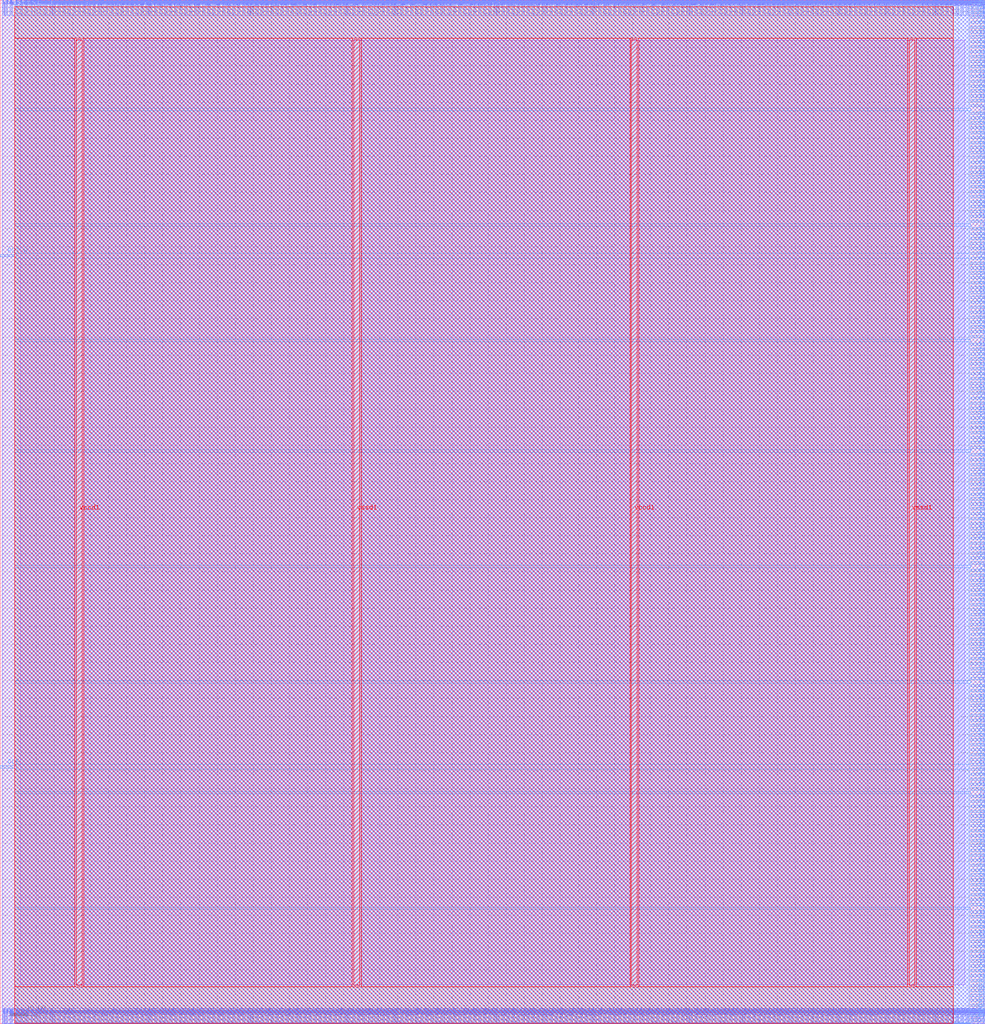
<source format=lef>
VERSION 5.7 ;
  NOWIREEXTENSIONATPIN ON ;
  DIVIDERCHAR "/" ;
  BUSBITCHARS "[]" ;
MACRO mkLanaiFrontend
  CLASS BLOCK ;
  FOREIGN mkLanaiFrontend ;
  ORIGIN 0.000 0.000 ;
  SIZE 272.530 BY 283.250 ;
  PIN CLK
    DIRECTION INPUT ;
    USE SIGNAL ;
    PORT
      LAYER met3 ;
        RECT 0.000 70.760 4.000 71.360 ;
    END
  END CLK
  PIN EN_core_dmem_request_put
    DIRECTION INPUT ;
    USE SIGNAL ;
    PORT
      LAYER met2 ;
        RECT 0.550 0.000 0.830 4.000 ;
    END
  END EN_core_dmem_request_put
  PIN EN_core_dmem_response_get
    DIRECTION INPUT ;
    USE SIGNAL ;
    PORT
      LAYER met2 ;
        RECT 1.470 0.000 1.750 4.000 ;
    END
  END EN_core_dmem_response_get
  PIN EN_core_imem_request_put
    DIRECTION INPUT ;
    USE SIGNAL ;
    PORT
      LAYER met2 ;
        RECT 2.850 0.000 3.130 4.000 ;
    END
  END EN_core_imem_request_put
  PIN EN_core_imem_response_get
    DIRECTION INPUT ;
    USE SIGNAL ;
    PORT
      LAYER met2 ;
        RECT 4.230 0.000 4.510 4.000 ;
    END
  END EN_core_imem_response_get
  PIN EN_fmc_dmem_request_get
    DIRECTION INPUT ;
    USE SIGNAL ;
    PORT
      LAYER met3 ;
        RECT 268.530 0.720 272.530 1.320 ;
    END
  END EN_fmc_dmem_request_get
  PIN EN_fmc_dmem_response_put
    DIRECTION INPUT ;
    USE SIGNAL ;
    PORT
      LAYER met3 ;
        RECT 268.530 2.080 272.530 2.680 ;
    END
  END EN_fmc_dmem_response_put
  PIN EN_fmc_imem_request_get
    DIRECTION INPUT ;
    USE SIGNAL ;
    PORT
      LAYER met3 ;
        RECT 268.530 3.440 272.530 4.040 ;
    END
  END EN_fmc_imem_request_get
  PIN EN_fmc_imem_response_put
    DIRECTION INPUT ;
    USE SIGNAL ;
    PORT
      LAYER met3 ;
        RECT 268.530 4.800 272.530 5.400 ;
    END
  END EN_fmc_imem_response_put
  PIN EN_ram_dmem_request_get
    DIRECTION INPUT ;
    USE SIGNAL ;
    PORT
      LAYER met2 ;
        RECT 0.550 279.250 0.830 283.250 ;
    END
  END EN_ram_dmem_request_get
  PIN EN_ram_dmem_response_put
    DIRECTION INPUT ;
    USE SIGNAL ;
    PORT
      LAYER met2 ;
        RECT 1.470 279.250 1.750 283.250 ;
    END
  END EN_ram_dmem_response_put
  PIN EN_ram_imem_request_get
    DIRECTION INPUT ;
    USE SIGNAL ;
    PORT
      LAYER met2 ;
        RECT 2.850 279.250 3.130 283.250 ;
    END
  END EN_ram_imem_request_get
  PIN EN_ram_imem_response_put
    DIRECTION INPUT ;
    USE SIGNAL ;
    PORT
      LAYER met2 ;
        RECT 4.230 279.250 4.510 283.250 ;
    END
  END EN_ram_imem_response_put
  PIN RDY_core_dmem_request_put
    DIRECTION OUTPUT TRISTATE ;
    USE SIGNAL ;
    PORT
      LAYER met2 ;
        RECT 5.610 0.000 5.890 4.000 ;
    END
  END RDY_core_dmem_request_put
  PIN RDY_core_dmem_response_get
    DIRECTION OUTPUT TRISTATE ;
    USE SIGNAL ;
    PORT
      LAYER met2 ;
        RECT 6.990 0.000 7.270 4.000 ;
    END
  END RDY_core_dmem_response_get
  PIN RDY_core_imem_request_put
    DIRECTION OUTPUT TRISTATE ;
    USE SIGNAL ;
    PORT
      LAYER met2 ;
        RECT 8.370 0.000 8.650 4.000 ;
    END
  END RDY_core_imem_request_put
  PIN RDY_core_imem_response_get
    DIRECTION OUTPUT TRISTATE ;
    USE SIGNAL ;
    PORT
      LAYER met2 ;
        RECT 9.750 0.000 10.030 4.000 ;
    END
  END RDY_core_imem_response_get
  PIN RDY_fmc_dmem_request_get
    DIRECTION OUTPUT TRISTATE ;
    USE SIGNAL ;
    PORT
      LAYER met3 ;
        RECT 268.530 6.160 272.530 6.760 ;
    END
  END RDY_fmc_dmem_request_get
  PIN RDY_fmc_dmem_response_put
    DIRECTION OUTPUT TRISTATE ;
    USE SIGNAL ;
    PORT
      LAYER met3 ;
        RECT 268.530 7.520 272.530 8.120 ;
    END
  END RDY_fmc_dmem_response_put
  PIN RDY_fmc_imem_request_get
    DIRECTION OUTPUT TRISTATE ;
    USE SIGNAL ;
    PORT
      LAYER met3 ;
        RECT 268.530 8.880 272.530 9.480 ;
    END
  END RDY_fmc_imem_request_get
  PIN RDY_fmc_imem_response_put
    DIRECTION OUTPUT TRISTATE ;
    USE SIGNAL ;
    PORT
      LAYER met3 ;
        RECT 268.530 10.240 272.530 10.840 ;
    END
  END RDY_fmc_imem_response_put
  PIN RDY_ram_dmem_request_get
    DIRECTION OUTPUT TRISTATE ;
    USE SIGNAL ;
    PORT
      LAYER met2 ;
        RECT 5.610 279.250 5.890 283.250 ;
    END
  END RDY_ram_dmem_request_get
  PIN RDY_ram_dmem_response_put
    DIRECTION OUTPUT TRISTATE ;
    USE SIGNAL ;
    PORT
      LAYER met2 ;
        RECT 6.990 279.250 7.270 283.250 ;
    END
  END RDY_ram_dmem_response_put
  PIN RDY_ram_imem_request_get
    DIRECTION OUTPUT TRISTATE ;
    USE SIGNAL ;
    PORT
      LAYER met2 ;
        RECT 8.370 279.250 8.650 283.250 ;
    END
  END RDY_ram_imem_request_get
  PIN RDY_ram_imem_response_put
    DIRECTION OUTPUT TRISTATE ;
    USE SIGNAL ;
    PORT
      LAYER met2 ;
        RECT 9.750 279.250 10.030 283.250 ;
    END
  END RDY_ram_imem_response_put
  PIN RST_N
    DIRECTION INPUT ;
    USE SIGNAL ;
    PORT
      LAYER met3 ;
        RECT 0.000 212.200 4.000 212.800 ;
    END
  END RST_N
  PIN core_dmem_request_put[0]
    DIRECTION INPUT ;
    USE SIGNAL ;
    PORT
      LAYER met2 ;
        RECT 11.130 0.000 11.410 4.000 ;
    END
  END core_dmem_request_put[0]
  PIN core_dmem_request_put[10]
    DIRECTION INPUT ;
    USE SIGNAL ;
    PORT
      LAYER met2 ;
        RECT 64.490 0.000 64.770 4.000 ;
    END
  END core_dmem_request_put[10]
  PIN core_dmem_request_put[11]
    DIRECTION INPUT ;
    USE SIGNAL ;
    PORT
      LAYER met2 ;
        RECT 69.550 0.000 69.830 4.000 ;
    END
  END core_dmem_request_put[11]
  PIN core_dmem_request_put[12]
    DIRECTION INPUT ;
    USE SIGNAL ;
    PORT
      LAYER met2 ;
        RECT 75.070 0.000 75.350 4.000 ;
    END
  END core_dmem_request_put[12]
  PIN core_dmem_request_put[13]
    DIRECTION INPUT ;
    USE SIGNAL ;
    PORT
      LAYER met2 ;
        RECT 80.590 0.000 80.870 4.000 ;
    END
  END core_dmem_request_put[13]
  PIN core_dmem_request_put[14]
    DIRECTION INPUT ;
    USE SIGNAL ;
    PORT
      LAYER met2 ;
        RECT 85.650 0.000 85.930 4.000 ;
    END
  END core_dmem_request_put[14]
  PIN core_dmem_request_put[15]
    DIRECTION INPUT ;
    USE SIGNAL ;
    PORT
      LAYER met2 ;
        RECT 91.170 0.000 91.450 4.000 ;
    END
  END core_dmem_request_put[15]
  PIN core_dmem_request_put[16]
    DIRECTION INPUT ;
    USE SIGNAL ;
    PORT
      LAYER met2 ;
        RECT 96.230 0.000 96.510 4.000 ;
    END
  END core_dmem_request_put[16]
  PIN core_dmem_request_put[17]
    DIRECTION INPUT ;
    USE SIGNAL ;
    PORT
      LAYER met2 ;
        RECT 101.750 0.000 102.030 4.000 ;
    END
  END core_dmem_request_put[17]
  PIN core_dmem_request_put[18]
    DIRECTION INPUT ;
    USE SIGNAL ;
    PORT
      LAYER met2 ;
        RECT 107.270 0.000 107.550 4.000 ;
    END
  END core_dmem_request_put[18]
  PIN core_dmem_request_put[19]
    DIRECTION INPUT ;
    USE SIGNAL ;
    PORT
      LAYER met2 ;
        RECT 112.330 0.000 112.610 4.000 ;
    END
  END core_dmem_request_put[19]
  PIN core_dmem_request_put[1]
    DIRECTION INPUT ;
    USE SIGNAL ;
    PORT
      LAYER met2 ;
        RECT 16.190 0.000 16.470 4.000 ;
    END
  END core_dmem_request_put[1]
  PIN core_dmem_request_put[20]
    DIRECTION INPUT ;
    USE SIGNAL ;
    PORT
      LAYER met2 ;
        RECT 117.850 0.000 118.130 4.000 ;
    END
  END core_dmem_request_put[20]
  PIN core_dmem_request_put[21]
    DIRECTION INPUT ;
    USE SIGNAL ;
    PORT
      LAYER met2 ;
        RECT 122.910 0.000 123.190 4.000 ;
    END
  END core_dmem_request_put[21]
  PIN core_dmem_request_put[22]
    DIRECTION INPUT ;
    USE SIGNAL ;
    PORT
      LAYER met2 ;
        RECT 128.430 0.000 128.710 4.000 ;
    END
  END core_dmem_request_put[22]
  PIN core_dmem_request_put[23]
    DIRECTION INPUT ;
    USE SIGNAL ;
    PORT
      LAYER met2 ;
        RECT 133.950 0.000 134.230 4.000 ;
    END
  END core_dmem_request_put[23]
  PIN core_dmem_request_put[24]
    DIRECTION INPUT ;
    USE SIGNAL ;
    PORT
      LAYER met2 ;
        RECT 139.010 0.000 139.290 4.000 ;
    END
  END core_dmem_request_put[24]
  PIN core_dmem_request_put[25]
    DIRECTION INPUT ;
    USE SIGNAL ;
    PORT
      LAYER met2 ;
        RECT 144.530 0.000 144.810 4.000 ;
    END
  END core_dmem_request_put[25]
  PIN core_dmem_request_put[26]
    DIRECTION INPUT ;
    USE SIGNAL ;
    PORT
      LAYER met2 ;
        RECT 150.050 0.000 150.330 4.000 ;
    END
  END core_dmem_request_put[26]
  PIN core_dmem_request_put[27]
    DIRECTION INPUT ;
    USE SIGNAL ;
    PORT
      LAYER met2 ;
        RECT 155.110 0.000 155.390 4.000 ;
    END
  END core_dmem_request_put[27]
  PIN core_dmem_request_put[28]
    DIRECTION INPUT ;
    USE SIGNAL ;
    PORT
      LAYER met2 ;
        RECT 160.630 0.000 160.910 4.000 ;
    END
  END core_dmem_request_put[28]
  PIN core_dmem_request_put[29]
    DIRECTION INPUT ;
    USE SIGNAL ;
    PORT
      LAYER met2 ;
        RECT 165.690 0.000 165.970 4.000 ;
    END
  END core_dmem_request_put[29]
  PIN core_dmem_request_put[2]
    DIRECTION INPUT ;
    USE SIGNAL ;
    PORT
      LAYER met2 ;
        RECT 21.710 0.000 21.990 4.000 ;
    END
  END core_dmem_request_put[2]
  PIN core_dmem_request_put[30]
    DIRECTION INPUT ;
    USE SIGNAL ;
    PORT
      LAYER met2 ;
        RECT 171.210 0.000 171.490 4.000 ;
    END
  END core_dmem_request_put[30]
  PIN core_dmem_request_put[31]
    DIRECTION INPUT ;
    USE SIGNAL ;
    PORT
      LAYER met2 ;
        RECT 176.730 0.000 177.010 4.000 ;
    END
  END core_dmem_request_put[31]
  PIN core_dmem_request_put[32]
    DIRECTION INPUT ;
    USE SIGNAL ;
    PORT
      LAYER met2 ;
        RECT 181.790 0.000 182.070 4.000 ;
    END
  END core_dmem_request_put[32]
  PIN core_dmem_request_put[33]
    DIRECTION INPUT ;
    USE SIGNAL ;
    PORT
      LAYER met2 ;
        RECT 183.170 0.000 183.450 4.000 ;
    END
  END core_dmem_request_put[33]
  PIN core_dmem_request_put[34]
    DIRECTION INPUT ;
    USE SIGNAL ;
    PORT
      LAYER met2 ;
        RECT 184.550 0.000 184.830 4.000 ;
    END
  END core_dmem_request_put[34]
  PIN core_dmem_request_put[35]
    DIRECTION INPUT ;
    USE SIGNAL ;
    PORT
      LAYER met2 ;
        RECT 185.930 0.000 186.210 4.000 ;
    END
  END core_dmem_request_put[35]
  PIN core_dmem_request_put[36]
    DIRECTION INPUT ;
    USE SIGNAL ;
    PORT
      LAYER met2 ;
        RECT 187.310 0.000 187.590 4.000 ;
    END
  END core_dmem_request_put[36]
  PIN core_dmem_request_put[37]
    DIRECTION INPUT ;
    USE SIGNAL ;
    PORT
      LAYER met2 ;
        RECT 188.690 0.000 188.970 4.000 ;
    END
  END core_dmem_request_put[37]
  PIN core_dmem_request_put[38]
    DIRECTION INPUT ;
    USE SIGNAL ;
    PORT
      LAYER met2 ;
        RECT 190.070 0.000 190.350 4.000 ;
    END
  END core_dmem_request_put[38]
  PIN core_dmem_request_put[39]
    DIRECTION INPUT ;
    USE SIGNAL ;
    PORT
      LAYER met2 ;
        RECT 190.990 0.000 191.270 4.000 ;
    END
  END core_dmem_request_put[39]
  PIN core_dmem_request_put[3]
    DIRECTION INPUT ;
    USE SIGNAL ;
    PORT
      LAYER met2 ;
        RECT 27.230 0.000 27.510 4.000 ;
    END
  END core_dmem_request_put[3]
  PIN core_dmem_request_put[40]
    DIRECTION INPUT ;
    USE SIGNAL ;
    PORT
      LAYER met2 ;
        RECT 192.370 0.000 192.650 4.000 ;
    END
  END core_dmem_request_put[40]
  PIN core_dmem_request_put[41]
    DIRECTION INPUT ;
    USE SIGNAL ;
    PORT
      LAYER met2 ;
        RECT 193.750 0.000 194.030 4.000 ;
    END
  END core_dmem_request_put[41]
  PIN core_dmem_request_put[42]
    DIRECTION INPUT ;
    USE SIGNAL ;
    PORT
      LAYER met2 ;
        RECT 195.130 0.000 195.410 4.000 ;
    END
  END core_dmem_request_put[42]
  PIN core_dmem_request_put[43]
    DIRECTION INPUT ;
    USE SIGNAL ;
    PORT
      LAYER met2 ;
        RECT 196.510 0.000 196.790 4.000 ;
    END
  END core_dmem_request_put[43]
  PIN core_dmem_request_put[44]
    DIRECTION INPUT ;
    USE SIGNAL ;
    PORT
      LAYER met2 ;
        RECT 197.890 0.000 198.170 4.000 ;
    END
  END core_dmem_request_put[44]
  PIN core_dmem_request_put[45]
    DIRECTION INPUT ;
    USE SIGNAL ;
    PORT
      LAYER met2 ;
        RECT 199.270 0.000 199.550 4.000 ;
    END
  END core_dmem_request_put[45]
  PIN core_dmem_request_put[46]
    DIRECTION INPUT ;
    USE SIGNAL ;
    PORT
      LAYER met2 ;
        RECT 200.650 0.000 200.930 4.000 ;
    END
  END core_dmem_request_put[46]
  PIN core_dmem_request_put[47]
    DIRECTION INPUT ;
    USE SIGNAL ;
    PORT
      LAYER met2 ;
        RECT 202.030 0.000 202.310 4.000 ;
    END
  END core_dmem_request_put[47]
  PIN core_dmem_request_put[48]
    DIRECTION INPUT ;
    USE SIGNAL ;
    PORT
      LAYER met2 ;
        RECT 203.410 0.000 203.690 4.000 ;
    END
  END core_dmem_request_put[48]
  PIN core_dmem_request_put[49]
    DIRECTION INPUT ;
    USE SIGNAL ;
    PORT
      LAYER met2 ;
        RECT 204.790 0.000 205.070 4.000 ;
    END
  END core_dmem_request_put[49]
  PIN core_dmem_request_put[4]
    DIRECTION INPUT ;
    USE SIGNAL ;
    PORT
      LAYER met2 ;
        RECT 32.290 0.000 32.570 4.000 ;
    END
  END core_dmem_request_put[4]
  PIN core_dmem_request_put[50]
    DIRECTION INPUT ;
    USE SIGNAL ;
    PORT
      LAYER met2 ;
        RECT 205.710 0.000 205.990 4.000 ;
    END
  END core_dmem_request_put[50]
  PIN core_dmem_request_put[51]
    DIRECTION INPUT ;
    USE SIGNAL ;
    PORT
      LAYER met2 ;
        RECT 207.090 0.000 207.370 4.000 ;
    END
  END core_dmem_request_put[51]
  PIN core_dmem_request_put[52]
    DIRECTION INPUT ;
    USE SIGNAL ;
    PORT
      LAYER met2 ;
        RECT 208.470 0.000 208.750 4.000 ;
    END
  END core_dmem_request_put[52]
  PIN core_dmem_request_put[53]
    DIRECTION INPUT ;
    USE SIGNAL ;
    PORT
      LAYER met2 ;
        RECT 209.850 0.000 210.130 4.000 ;
    END
  END core_dmem_request_put[53]
  PIN core_dmem_request_put[54]
    DIRECTION INPUT ;
    USE SIGNAL ;
    PORT
      LAYER met2 ;
        RECT 211.230 0.000 211.510 4.000 ;
    END
  END core_dmem_request_put[54]
  PIN core_dmem_request_put[55]
    DIRECTION INPUT ;
    USE SIGNAL ;
    PORT
      LAYER met2 ;
        RECT 212.610 0.000 212.890 4.000 ;
    END
  END core_dmem_request_put[55]
  PIN core_dmem_request_put[56]
    DIRECTION INPUT ;
    USE SIGNAL ;
    PORT
      LAYER met2 ;
        RECT 213.990 0.000 214.270 4.000 ;
    END
  END core_dmem_request_put[56]
  PIN core_dmem_request_put[57]
    DIRECTION INPUT ;
    USE SIGNAL ;
    PORT
      LAYER met2 ;
        RECT 215.370 0.000 215.650 4.000 ;
    END
  END core_dmem_request_put[57]
  PIN core_dmem_request_put[58]
    DIRECTION INPUT ;
    USE SIGNAL ;
    PORT
      LAYER met2 ;
        RECT 216.750 0.000 217.030 4.000 ;
    END
  END core_dmem_request_put[58]
  PIN core_dmem_request_put[59]
    DIRECTION INPUT ;
    USE SIGNAL ;
    PORT
      LAYER met2 ;
        RECT 218.130 0.000 218.410 4.000 ;
    END
  END core_dmem_request_put[59]
  PIN core_dmem_request_put[5]
    DIRECTION INPUT ;
    USE SIGNAL ;
    PORT
      LAYER met2 ;
        RECT 37.810 0.000 38.090 4.000 ;
    END
  END core_dmem_request_put[5]
  PIN core_dmem_request_put[60]
    DIRECTION INPUT ;
    USE SIGNAL ;
    PORT
      LAYER met2 ;
        RECT 219.050 0.000 219.330 4.000 ;
    END
  END core_dmem_request_put[60]
  PIN core_dmem_request_put[61]
    DIRECTION INPUT ;
    USE SIGNAL ;
    PORT
      LAYER met2 ;
        RECT 220.430 0.000 220.710 4.000 ;
    END
  END core_dmem_request_put[61]
  PIN core_dmem_request_put[62]
    DIRECTION INPUT ;
    USE SIGNAL ;
    PORT
      LAYER met2 ;
        RECT 221.810 0.000 222.090 4.000 ;
    END
  END core_dmem_request_put[62]
  PIN core_dmem_request_put[63]
    DIRECTION INPUT ;
    USE SIGNAL ;
    PORT
      LAYER met2 ;
        RECT 223.190 0.000 223.470 4.000 ;
    END
  END core_dmem_request_put[63]
  PIN core_dmem_request_put[64]
    DIRECTION INPUT ;
    USE SIGNAL ;
    PORT
      LAYER met2 ;
        RECT 224.570 0.000 224.850 4.000 ;
    END
  END core_dmem_request_put[64]
  PIN core_dmem_request_put[65]
    DIRECTION INPUT ;
    USE SIGNAL ;
    PORT
      LAYER met2 ;
        RECT 225.950 0.000 226.230 4.000 ;
    END
  END core_dmem_request_put[65]
  PIN core_dmem_request_put[66]
    DIRECTION INPUT ;
    USE SIGNAL ;
    PORT
      LAYER met2 ;
        RECT 227.330 0.000 227.610 4.000 ;
    END
  END core_dmem_request_put[66]
  PIN core_dmem_request_put[67]
    DIRECTION INPUT ;
    USE SIGNAL ;
    PORT
      LAYER met2 ;
        RECT 228.710 0.000 228.990 4.000 ;
    END
  END core_dmem_request_put[67]
  PIN core_dmem_request_put[68]
    DIRECTION INPUT ;
    USE SIGNAL ;
    PORT
      LAYER met2 ;
        RECT 230.090 0.000 230.370 4.000 ;
    END
  END core_dmem_request_put[68]
  PIN core_dmem_request_put[69]
    DIRECTION INPUT ;
    USE SIGNAL ;
    PORT
      LAYER met2 ;
        RECT 231.470 0.000 231.750 4.000 ;
    END
  END core_dmem_request_put[69]
  PIN core_dmem_request_put[6]
    DIRECTION INPUT ;
    USE SIGNAL ;
    PORT
      LAYER met2 ;
        RECT 42.870 0.000 43.150 4.000 ;
    END
  END core_dmem_request_put[6]
  PIN core_dmem_request_put[70]
    DIRECTION INPUT ;
    USE SIGNAL ;
    PORT
      LAYER met2 ;
        RECT 232.390 0.000 232.670 4.000 ;
    END
  END core_dmem_request_put[70]
  PIN core_dmem_request_put[71]
    DIRECTION INPUT ;
    USE SIGNAL ;
    PORT
      LAYER met2 ;
        RECT 233.770 0.000 234.050 4.000 ;
    END
  END core_dmem_request_put[71]
  PIN core_dmem_request_put[72]
    DIRECTION INPUT ;
    USE SIGNAL ;
    PORT
      LAYER met2 ;
        RECT 235.150 0.000 235.430 4.000 ;
    END
  END core_dmem_request_put[72]
  PIN core_dmem_request_put[73]
    DIRECTION INPUT ;
    USE SIGNAL ;
    PORT
      LAYER met2 ;
        RECT 236.530 0.000 236.810 4.000 ;
    END
  END core_dmem_request_put[73]
  PIN core_dmem_request_put[74]
    DIRECTION INPUT ;
    USE SIGNAL ;
    PORT
      LAYER met2 ;
        RECT 237.910 0.000 238.190 4.000 ;
    END
  END core_dmem_request_put[74]
  PIN core_dmem_request_put[75]
    DIRECTION INPUT ;
    USE SIGNAL ;
    PORT
      LAYER met2 ;
        RECT 239.290 0.000 239.570 4.000 ;
    END
  END core_dmem_request_put[75]
  PIN core_dmem_request_put[76]
    DIRECTION INPUT ;
    USE SIGNAL ;
    PORT
      LAYER met2 ;
        RECT 240.670 0.000 240.950 4.000 ;
    END
  END core_dmem_request_put[76]
  PIN core_dmem_request_put[77]
    DIRECTION INPUT ;
    USE SIGNAL ;
    PORT
      LAYER met2 ;
        RECT 242.050 0.000 242.330 4.000 ;
    END
  END core_dmem_request_put[77]
  PIN core_dmem_request_put[78]
    DIRECTION INPUT ;
    USE SIGNAL ;
    PORT
      LAYER met2 ;
        RECT 243.430 0.000 243.710 4.000 ;
    END
  END core_dmem_request_put[78]
  PIN core_dmem_request_put[79]
    DIRECTION INPUT ;
    USE SIGNAL ;
    PORT
      LAYER met2 ;
        RECT 244.810 0.000 245.090 4.000 ;
    END
  END core_dmem_request_put[79]
  PIN core_dmem_request_put[7]
    DIRECTION INPUT ;
    USE SIGNAL ;
    PORT
      LAYER met2 ;
        RECT 48.390 0.000 48.670 4.000 ;
    END
  END core_dmem_request_put[7]
  PIN core_dmem_request_put[80]
    DIRECTION INPUT ;
    USE SIGNAL ;
    PORT
      LAYER met2 ;
        RECT 245.730 0.000 246.010 4.000 ;
    END
  END core_dmem_request_put[80]
  PIN core_dmem_request_put[81]
    DIRECTION INPUT ;
    USE SIGNAL ;
    PORT
      LAYER met2 ;
        RECT 247.110 0.000 247.390 4.000 ;
    END
  END core_dmem_request_put[81]
  PIN core_dmem_request_put[82]
    DIRECTION INPUT ;
    USE SIGNAL ;
    PORT
      LAYER met2 ;
        RECT 248.490 0.000 248.770 4.000 ;
    END
  END core_dmem_request_put[82]
  PIN core_dmem_request_put[83]
    DIRECTION INPUT ;
    USE SIGNAL ;
    PORT
      LAYER met2 ;
        RECT 249.870 0.000 250.150 4.000 ;
    END
  END core_dmem_request_put[83]
  PIN core_dmem_request_put[84]
    DIRECTION INPUT ;
    USE SIGNAL ;
    PORT
      LAYER met2 ;
        RECT 251.250 0.000 251.530 4.000 ;
    END
  END core_dmem_request_put[84]
  PIN core_dmem_request_put[85]
    DIRECTION INPUT ;
    USE SIGNAL ;
    PORT
      LAYER met2 ;
        RECT 252.630 0.000 252.910 4.000 ;
    END
  END core_dmem_request_put[85]
  PIN core_dmem_request_put[86]
    DIRECTION INPUT ;
    USE SIGNAL ;
    PORT
      LAYER met2 ;
        RECT 254.010 0.000 254.290 4.000 ;
    END
  END core_dmem_request_put[86]
  PIN core_dmem_request_put[87]
    DIRECTION INPUT ;
    USE SIGNAL ;
    PORT
      LAYER met2 ;
        RECT 255.390 0.000 255.670 4.000 ;
    END
  END core_dmem_request_put[87]
  PIN core_dmem_request_put[88]
    DIRECTION INPUT ;
    USE SIGNAL ;
    PORT
      LAYER met2 ;
        RECT 256.770 0.000 257.050 4.000 ;
    END
  END core_dmem_request_put[88]
  PIN core_dmem_request_put[89]
    DIRECTION INPUT ;
    USE SIGNAL ;
    PORT
      LAYER met2 ;
        RECT 258.150 0.000 258.430 4.000 ;
    END
  END core_dmem_request_put[89]
  PIN core_dmem_request_put[8]
    DIRECTION INPUT ;
    USE SIGNAL ;
    PORT
      LAYER met2 ;
        RECT 53.910 0.000 54.190 4.000 ;
    END
  END core_dmem_request_put[8]
  PIN core_dmem_request_put[90]
    DIRECTION INPUT ;
    USE SIGNAL ;
    PORT
      LAYER met2 ;
        RECT 259.070 0.000 259.350 4.000 ;
    END
  END core_dmem_request_put[90]
  PIN core_dmem_request_put[91]
    DIRECTION INPUT ;
    USE SIGNAL ;
    PORT
      LAYER met2 ;
        RECT 260.450 0.000 260.730 4.000 ;
    END
  END core_dmem_request_put[91]
  PIN core_dmem_request_put[92]
    DIRECTION INPUT ;
    USE SIGNAL ;
    PORT
      LAYER met2 ;
        RECT 261.830 0.000 262.110 4.000 ;
    END
  END core_dmem_request_put[92]
  PIN core_dmem_request_put[93]
    DIRECTION INPUT ;
    USE SIGNAL ;
    PORT
      LAYER met2 ;
        RECT 263.210 0.000 263.490 4.000 ;
    END
  END core_dmem_request_put[93]
  PIN core_dmem_request_put[94]
    DIRECTION INPUT ;
    USE SIGNAL ;
    PORT
      LAYER met2 ;
        RECT 264.590 0.000 264.870 4.000 ;
    END
  END core_dmem_request_put[94]
  PIN core_dmem_request_put[95]
    DIRECTION INPUT ;
    USE SIGNAL ;
    PORT
      LAYER met2 ;
        RECT 265.970 0.000 266.250 4.000 ;
    END
  END core_dmem_request_put[95]
  PIN core_dmem_request_put[96]
    DIRECTION INPUT ;
    USE SIGNAL ;
    PORT
      LAYER met2 ;
        RECT 267.350 0.000 267.630 4.000 ;
    END
  END core_dmem_request_put[96]
  PIN core_dmem_request_put[97]
    DIRECTION INPUT ;
    USE SIGNAL ;
    PORT
      LAYER met2 ;
        RECT 268.730 0.000 269.010 4.000 ;
    END
  END core_dmem_request_put[97]
  PIN core_dmem_request_put[98]
    DIRECTION INPUT ;
    USE SIGNAL ;
    PORT
      LAYER met2 ;
        RECT 270.110 0.000 270.390 4.000 ;
    END
  END core_dmem_request_put[98]
  PIN core_dmem_request_put[99]
    DIRECTION INPUT ;
    USE SIGNAL ;
    PORT
      LAYER met2 ;
        RECT 271.490 0.000 271.770 4.000 ;
    END
  END core_dmem_request_put[99]
  PIN core_dmem_request_put[9]
    DIRECTION INPUT ;
    USE SIGNAL ;
    PORT
      LAYER met2 ;
        RECT 58.970 0.000 59.250 4.000 ;
    END
  END core_dmem_request_put[9]
  PIN core_dmem_response_get[0]
    DIRECTION OUTPUT TRISTATE ;
    USE SIGNAL ;
    PORT
      LAYER met2 ;
        RECT 12.510 0.000 12.790 4.000 ;
    END
  END core_dmem_response_get[0]
  PIN core_dmem_response_get[10]
    DIRECTION OUTPUT TRISTATE ;
    USE SIGNAL ;
    PORT
      LAYER met2 ;
        RECT 65.870 0.000 66.150 4.000 ;
    END
  END core_dmem_response_get[10]
  PIN core_dmem_response_get[11]
    DIRECTION OUTPUT TRISTATE ;
    USE SIGNAL ;
    PORT
      LAYER met2 ;
        RECT 70.930 0.000 71.210 4.000 ;
    END
  END core_dmem_response_get[11]
  PIN core_dmem_response_get[12]
    DIRECTION OUTPUT TRISTATE ;
    USE SIGNAL ;
    PORT
      LAYER met2 ;
        RECT 76.450 0.000 76.730 4.000 ;
    END
  END core_dmem_response_get[12]
  PIN core_dmem_response_get[13]
    DIRECTION OUTPUT TRISTATE ;
    USE SIGNAL ;
    PORT
      LAYER met2 ;
        RECT 81.970 0.000 82.250 4.000 ;
    END
  END core_dmem_response_get[13]
  PIN core_dmem_response_get[14]
    DIRECTION OUTPUT TRISTATE ;
    USE SIGNAL ;
    PORT
      LAYER met2 ;
        RECT 87.030 0.000 87.310 4.000 ;
    END
  END core_dmem_response_get[14]
  PIN core_dmem_response_get[15]
    DIRECTION OUTPUT TRISTATE ;
    USE SIGNAL ;
    PORT
      LAYER met2 ;
        RECT 92.550 0.000 92.830 4.000 ;
    END
  END core_dmem_response_get[15]
  PIN core_dmem_response_get[16]
    DIRECTION OUTPUT TRISTATE ;
    USE SIGNAL ;
    PORT
      LAYER met2 ;
        RECT 97.610 0.000 97.890 4.000 ;
    END
  END core_dmem_response_get[16]
  PIN core_dmem_response_get[17]
    DIRECTION OUTPUT TRISTATE ;
    USE SIGNAL ;
    PORT
      LAYER met2 ;
        RECT 103.130 0.000 103.410 4.000 ;
    END
  END core_dmem_response_get[17]
  PIN core_dmem_response_get[18]
    DIRECTION OUTPUT TRISTATE ;
    USE SIGNAL ;
    PORT
      LAYER met2 ;
        RECT 108.650 0.000 108.930 4.000 ;
    END
  END core_dmem_response_get[18]
  PIN core_dmem_response_get[19]
    DIRECTION OUTPUT TRISTATE ;
    USE SIGNAL ;
    PORT
      LAYER met2 ;
        RECT 113.710 0.000 113.990 4.000 ;
    END
  END core_dmem_response_get[19]
  PIN core_dmem_response_get[1]
    DIRECTION OUTPUT TRISTATE ;
    USE SIGNAL ;
    PORT
      LAYER met2 ;
        RECT 17.570 0.000 17.850 4.000 ;
    END
  END core_dmem_response_get[1]
  PIN core_dmem_response_get[20]
    DIRECTION OUTPUT TRISTATE ;
    USE SIGNAL ;
    PORT
      LAYER met2 ;
        RECT 119.230 0.000 119.510 4.000 ;
    END
  END core_dmem_response_get[20]
  PIN core_dmem_response_get[21]
    DIRECTION OUTPUT TRISTATE ;
    USE SIGNAL ;
    PORT
      LAYER met2 ;
        RECT 124.290 0.000 124.570 4.000 ;
    END
  END core_dmem_response_get[21]
  PIN core_dmem_response_get[22]
    DIRECTION OUTPUT TRISTATE ;
    USE SIGNAL ;
    PORT
      LAYER met2 ;
        RECT 129.810 0.000 130.090 4.000 ;
    END
  END core_dmem_response_get[22]
  PIN core_dmem_response_get[23]
    DIRECTION OUTPUT TRISTATE ;
    USE SIGNAL ;
    PORT
      LAYER met2 ;
        RECT 135.330 0.000 135.610 4.000 ;
    END
  END core_dmem_response_get[23]
  PIN core_dmem_response_get[24]
    DIRECTION OUTPUT TRISTATE ;
    USE SIGNAL ;
    PORT
      LAYER met2 ;
        RECT 140.390 0.000 140.670 4.000 ;
    END
  END core_dmem_response_get[24]
  PIN core_dmem_response_get[25]
    DIRECTION OUTPUT TRISTATE ;
    USE SIGNAL ;
    PORT
      LAYER met2 ;
        RECT 145.910 0.000 146.190 4.000 ;
    END
  END core_dmem_response_get[25]
  PIN core_dmem_response_get[26]
    DIRECTION OUTPUT TRISTATE ;
    USE SIGNAL ;
    PORT
      LAYER met2 ;
        RECT 150.970 0.000 151.250 4.000 ;
    END
  END core_dmem_response_get[26]
  PIN core_dmem_response_get[27]
    DIRECTION OUTPUT TRISTATE ;
    USE SIGNAL ;
    PORT
      LAYER met2 ;
        RECT 156.490 0.000 156.770 4.000 ;
    END
  END core_dmem_response_get[27]
  PIN core_dmem_response_get[28]
    DIRECTION OUTPUT TRISTATE ;
    USE SIGNAL ;
    PORT
      LAYER met2 ;
        RECT 162.010 0.000 162.290 4.000 ;
    END
  END core_dmem_response_get[28]
  PIN core_dmem_response_get[29]
    DIRECTION OUTPUT TRISTATE ;
    USE SIGNAL ;
    PORT
      LAYER met2 ;
        RECT 167.070 0.000 167.350 4.000 ;
    END
  END core_dmem_response_get[29]
  PIN core_dmem_response_get[2]
    DIRECTION OUTPUT TRISTATE ;
    USE SIGNAL ;
    PORT
      LAYER met2 ;
        RECT 23.090 0.000 23.370 4.000 ;
    END
  END core_dmem_response_get[2]
  PIN core_dmem_response_get[30]
    DIRECTION OUTPUT TRISTATE ;
    USE SIGNAL ;
    PORT
      LAYER met2 ;
        RECT 172.590 0.000 172.870 4.000 ;
    END
  END core_dmem_response_get[30]
  PIN core_dmem_response_get[31]
    DIRECTION OUTPUT TRISTATE ;
    USE SIGNAL ;
    PORT
      LAYER met2 ;
        RECT 177.650 0.000 177.930 4.000 ;
    END
  END core_dmem_response_get[31]
  PIN core_dmem_response_get[3]
    DIRECTION OUTPUT TRISTATE ;
    USE SIGNAL ;
    PORT
      LAYER met2 ;
        RECT 28.150 0.000 28.430 4.000 ;
    END
  END core_dmem_response_get[3]
  PIN core_dmem_response_get[4]
    DIRECTION OUTPUT TRISTATE ;
    USE SIGNAL ;
    PORT
      LAYER met2 ;
        RECT 33.670 0.000 33.950 4.000 ;
    END
  END core_dmem_response_get[4]
  PIN core_dmem_response_get[5]
    DIRECTION OUTPUT TRISTATE ;
    USE SIGNAL ;
    PORT
      LAYER met2 ;
        RECT 39.190 0.000 39.470 4.000 ;
    END
  END core_dmem_response_get[5]
  PIN core_dmem_response_get[6]
    DIRECTION OUTPUT TRISTATE ;
    USE SIGNAL ;
    PORT
      LAYER met2 ;
        RECT 44.250 0.000 44.530 4.000 ;
    END
  END core_dmem_response_get[6]
  PIN core_dmem_response_get[7]
    DIRECTION OUTPUT TRISTATE ;
    USE SIGNAL ;
    PORT
      LAYER met2 ;
        RECT 49.770 0.000 50.050 4.000 ;
    END
  END core_dmem_response_get[7]
  PIN core_dmem_response_get[8]
    DIRECTION OUTPUT TRISTATE ;
    USE SIGNAL ;
    PORT
      LAYER met2 ;
        RECT 54.830 0.000 55.110 4.000 ;
    END
  END core_dmem_response_get[8]
  PIN core_dmem_response_get[9]
    DIRECTION OUTPUT TRISTATE ;
    USE SIGNAL ;
    PORT
      LAYER met2 ;
        RECT 60.350 0.000 60.630 4.000 ;
    END
  END core_dmem_response_get[9]
  PIN core_imem_request_put[0]
    DIRECTION INPUT ;
    USE SIGNAL ;
    PORT
      LAYER met2 ;
        RECT 13.890 0.000 14.170 4.000 ;
    END
  END core_imem_request_put[0]
  PIN core_imem_request_put[10]
    DIRECTION INPUT ;
    USE SIGNAL ;
    PORT
      LAYER met2 ;
        RECT 67.250 0.000 67.530 4.000 ;
    END
  END core_imem_request_put[10]
  PIN core_imem_request_put[11]
    DIRECTION INPUT ;
    USE SIGNAL ;
    PORT
      LAYER met2 ;
        RECT 72.310 0.000 72.590 4.000 ;
    END
  END core_imem_request_put[11]
  PIN core_imem_request_put[12]
    DIRECTION INPUT ;
    USE SIGNAL ;
    PORT
      LAYER met2 ;
        RECT 77.830 0.000 78.110 4.000 ;
    END
  END core_imem_request_put[12]
  PIN core_imem_request_put[13]
    DIRECTION INPUT ;
    USE SIGNAL ;
    PORT
      LAYER met2 ;
        RECT 82.890 0.000 83.170 4.000 ;
    END
  END core_imem_request_put[13]
  PIN core_imem_request_put[14]
    DIRECTION INPUT ;
    USE SIGNAL ;
    PORT
      LAYER met2 ;
        RECT 88.410 0.000 88.690 4.000 ;
    END
  END core_imem_request_put[14]
  PIN core_imem_request_put[15]
    DIRECTION INPUT ;
    USE SIGNAL ;
    PORT
      LAYER met2 ;
        RECT 93.930 0.000 94.210 4.000 ;
    END
  END core_imem_request_put[15]
  PIN core_imem_request_put[16]
    DIRECTION INPUT ;
    USE SIGNAL ;
    PORT
      LAYER met2 ;
        RECT 98.990 0.000 99.270 4.000 ;
    END
  END core_imem_request_put[16]
  PIN core_imem_request_put[17]
    DIRECTION INPUT ;
    USE SIGNAL ;
    PORT
      LAYER met2 ;
        RECT 104.510 0.000 104.790 4.000 ;
    END
  END core_imem_request_put[17]
  PIN core_imem_request_put[18]
    DIRECTION INPUT ;
    USE SIGNAL ;
    PORT
      LAYER met2 ;
        RECT 109.570 0.000 109.850 4.000 ;
    END
  END core_imem_request_put[18]
  PIN core_imem_request_put[19]
    DIRECTION INPUT ;
    USE SIGNAL ;
    PORT
      LAYER met2 ;
        RECT 115.090 0.000 115.370 4.000 ;
    END
  END core_imem_request_put[19]
  PIN core_imem_request_put[1]
    DIRECTION INPUT ;
    USE SIGNAL ;
    PORT
      LAYER met2 ;
        RECT 18.950 0.000 19.230 4.000 ;
    END
  END core_imem_request_put[1]
  PIN core_imem_request_put[20]
    DIRECTION INPUT ;
    USE SIGNAL ;
    PORT
      LAYER met2 ;
        RECT 120.610 0.000 120.890 4.000 ;
    END
  END core_imem_request_put[20]
  PIN core_imem_request_put[21]
    DIRECTION INPUT ;
    USE SIGNAL ;
    PORT
      LAYER met2 ;
        RECT 125.670 0.000 125.950 4.000 ;
    END
  END core_imem_request_put[21]
  PIN core_imem_request_put[22]
    DIRECTION INPUT ;
    USE SIGNAL ;
    PORT
      LAYER met2 ;
        RECT 131.190 0.000 131.470 4.000 ;
    END
  END core_imem_request_put[22]
  PIN core_imem_request_put[23]
    DIRECTION INPUT ;
    USE SIGNAL ;
    PORT
      LAYER met2 ;
        RECT 136.710 0.000 136.990 4.000 ;
    END
  END core_imem_request_put[23]
  PIN core_imem_request_put[24]
    DIRECTION INPUT ;
    USE SIGNAL ;
    PORT
      LAYER met2 ;
        RECT 141.770 0.000 142.050 4.000 ;
    END
  END core_imem_request_put[24]
  PIN core_imem_request_put[25]
    DIRECTION INPUT ;
    USE SIGNAL ;
    PORT
      LAYER met2 ;
        RECT 147.290 0.000 147.570 4.000 ;
    END
  END core_imem_request_put[25]
  PIN core_imem_request_put[26]
    DIRECTION INPUT ;
    USE SIGNAL ;
    PORT
      LAYER met2 ;
        RECT 152.350 0.000 152.630 4.000 ;
    END
  END core_imem_request_put[26]
  PIN core_imem_request_put[27]
    DIRECTION INPUT ;
    USE SIGNAL ;
    PORT
      LAYER met2 ;
        RECT 157.870 0.000 158.150 4.000 ;
    END
  END core_imem_request_put[27]
  PIN core_imem_request_put[28]
    DIRECTION INPUT ;
    USE SIGNAL ;
    PORT
      LAYER met2 ;
        RECT 163.390 0.000 163.670 4.000 ;
    END
  END core_imem_request_put[28]
  PIN core_imem_request_put[29]
    DIRECTION INPUT ;
    USE SIGNAL ;
    PORT
      LAYER met2 ;
        RECT 168.450 0.000 168.730 4.000 ;
    END
  END core_imem_request_put[29]
  PIN core_imem_request_put[2]
    DIRECTION INPUT ;
    USE SIGNAL ;
    PORT
      LAYER met2 ;
        RECT 24.470 0.000 24.750 4.000 ;
    END
  END core_imem_request_put[2]
  PIN core_imem_request_put[30]
    DIRECTION INPUT ;
    USE SIGNAL ;
    PORT
      LAYER met2 ;
        RECT 173.970 0.000 174.250 4.000 ;
    END
  END core_imem_request_put[30]
  PIN core_imem_request_put[31]
    DIRECTION INPUT ;
    USE SIGNAL ;
    PORT
      LAYER met2 ;
        RECT 179.030 0.000 179.310 4.000 ;
    END
  END core_imem_request_put[31]
  PIN core_imem_request_put[3]
    DIRECTION INPUT ;
    USE SIGNAL ;
    PORT
      LAYER met2 ;
        RECT 29.530 0.000 29.810 4.000 ;
    END
  END core_imem_request_put[3]
  PIN core_imem_request_put[4]
    DIRECTION INPUT ;
    USE SIGNAL ;
    PORT
      LAYER met2 ;
        RECT 35.050 0.000 35.330 4.000 ;
    END
  END core_imem_request_put[4]
  PIN core_imem_request_put[5]
    DIRECTION INPUT ;
    USE SIGNAL ;
    PORT
      LAYER met2 ;
        RECT 40.570 0.000 40.850 4.000 ;
    END
  END core_imem_request_put[5]
  PIN core_imem_request_put[6]
    DIRECTION INPUT ;
    USE SIGNAL ;
    PORT
      LAYER met2 ;
        RECT 45.630 0.000 45.910 4.000 ;
    END
  END core_imem_request_put[6]
  PIN core_imem_request_put[7]
    DIRECTION INPUT ;
    USE SIGNAL ;
    PORT
      LAYER met2 ;
        RECT 51.150 0.000 51.430 4.000 ;
    END
  END core_imem_request_put[7]
  PIN core_imem_request_put[8]
    DIRECTION INPUT ;
    USE SIGNAL ;
    PORT
      LAYER met2 ;
        RECT 56.210 0.000 56.490 4.000 ;
    END
  END core_imem_request_put[8]
  PIN core_imem_request_put[9]
    DIRECTION INPUT ;
    USE SIGNAL ;
    PORT
      LAYER met2 ;
        RECT 61.730 0.000 62.010 4.000 ;
    END
  END core_imem_request_put[9]
  PIN core_imem_response_get[0]
    DIRECTION OUTPUT TRISTATE ;
    USE SIGNAL ;
    PORT
      LAYER met2 ;
        RECT 14.810 0.000 15.090 4.000 ;
    END
  END core_imem_response_get[0]
  PIN core_imem_response_get[10]
    DIRECTION OUTPUT TRISTATE ;
    USE SIGNAL ;
    PORT
      LAYER met2 ;
        RECT 68.630 0.000 68.910 4.000 ;
    END
  END core_imem_response_get[10]
  PIN core_imem_response_get[11]
    DIRECTION OUTPUT TRISTATE ;
    USE SIGNAL ;
    PORT
      LAYER met2 ;
        RECT 73.690 0.000 73.970 4.000 ;
    END
  END core_imem_response_get[11]
  PIN core_imem_response_get[12]
    DIRECTION OUTPUT TRISTATE ;
    USE SIGNAL ;
    PORT
      LAYER met2 ;
        RECT 79.210 0.000 79.490 4.000 ;
    END
  END core_imem_response_get[12]
  PIN core_imem_response_get[13]
    DIRECTION OUTPUT TRISTATE ;
    USE SIGNAL ;
    PORT
      LAYER met2 ;
        RECT 84.270 0.000 84.550 4.000 ;
    END
  END core_imem_response_get[13]
  PIN core_imem_response_get[14]
    DIRECTION OUTPUT TRISTATE ;
    USE SIGNAL ;
    PORT
      LAYER met2 ;
        RECT 89.790 0.000 90.070 4.000 ;
    END
  END core_imem_response_get[14]
  PIN core_imem_response_get[15]
    DIRECTION OUTPUT TRISTATE ;
    USE SIGNAL ;
    PORT
      LAYER met2 ;
        RECT 95.310 0.000 95.590 4.000 ;
    END
  END core_imem_response_get[15]
  PIN core_imem_response_get[16]
    DIRECTION OUTPUT TRISTATE ;
    USE SIGNAL ;
    PORT
      LAYER met2 ;
        RECT 100.370 0.000 100.650 4.000 ;
    END
  END core_imem_response_get[16]
  PIN core_imem_response_get[17]
    DIRECTION OUTPUT TRISTATE ;
    USE SIGNAL ;
    PORT
      LAYER met2 ;
        RECT 105.890 0.000 106.170 4.000 ;
    END
  END core_imem_response_get[17]
  PIN core_imem_response_get[18]
    DIRECTION OUTPUT TRISTATE ;
    USE SIGNAL ;
    PORT
      LAYER met2 ;
        RECT 110.950 0.000 111.230 4.000 ;
    END
  END core_imem_response_get[18]
  PIN core_imem_response_get[19]
    DIRECTION OUTPUT TRISTATE ;
    USE SIGNAL ;
    PORT
      LAYER met2 ;
        RECT 116.470 0.000 116.750 4.000 ;
    END
  END core_imem_response_get[19]
  PIN core_imem_response_get[1]
    DIRECTION OUTPUT TRISTATE ;
    USE SIGNAL ;
    PORT
      LAYER met2 ;
        RECT 20.330 0.000 20.610 4.000 ;
    END
  END core_imem_response_get[1]
  PIN core_imem_response_get[20]
    DIRECTION OUTPUT TRISTATE ;
    USE SIGNAL ;
    PORT
      LAYER met2 ;
        RECT 121.990 0.000 122.270 4.000 ;
    END
  END core_imem_response_get[20]
  PIN core_imem_response_get[21]
    DIRECTION OUTPUT TRISTATE ;
    USE SIGNAL ;
    PORT
      LAYER met2 ;
        RECT 127.050 0.000 127.330 4.000 ;
    END
  END core_imem_response_get[21]
  PIN core_imem_response_get[22]
    DIRECTION OUTPUT TRISTATE ;
    USE SIGNAL ;
    PORT
      LAYER met2 ;
        RECT 132.570 0.000 132.850 4.000 ;
    END
  END core_imem_response_get[22]
  PIN core_imem_response_get[23]
    DIRECTION OUTPUT TRISTATE ;
    USE SIGNAL ;
    PORT
      LAYER met2 ;
        RECT 137.630 0.000 137.910 4.000 ;
    END
  END core_imem_response_get[23]
  PIN core_imem_response_get[24]
    DIRECTION OUTPUT TRISTATE ;
    USE SIGNAL ;
    PORT
      LAYER met2 ;
        RECT 143.150 0.000 143.430 4.000 ;
    END
  END core_imem_response_get[24]
  PIN core_imem_response_get[25]
    DIRECTION OUTPUT TRISTATE ;
    USE SIGNAL ;
    PORT
      LAYER met2 ;
        RECT 148.670 0.000 148.950 4.000 ;
    END
  END core_imem_response_get[25]
  PIN core_imem_response_get[26]
    DIRECTION OUTPUT TRISTATE ;
    USE SIGNAL ;
    PORT
      LAYER met2 ;
        RECT 153.730 0.000 154.010 4.000 ;
    END
  END core_imem_response_get[26]
  PIN core_imem_response_get[27]
    DIRECTION OUTPUT TRISTATE ;
    USE SIGNAL ;
    PORT
      LAYER met2 ;
        RECT 159.250 0.000 159.530 4.000 ;
    END
  END core_imem_response_get[27]
  PIN core_imem_response_get[28]
    DIRECTION OUTPUT TRISTATE ;
    USE SIGNAL ;
    PORT
      LAYER met2 ;
        RECT 164.310 0.000 164.590 4.000 ;
    END
  END core_imem_response_get[28]
  PIN core_imem_response_get[29]
    DIRECTION OUTPUT TRISTATE ;
    USE SIGNAL ;
    PORT
      LAYER met2 ;
        RECT 169.830 0.000 170.110 4.000 ;
    END
  END core_imem_response_get[29]
  PIN core_imem_response_get[2]
    DIRECTION OUTPUT TRISTATE ;
    USE SIGNAL ;
    PORT
      LAYER met2 ;
        RECT 25.850 0.000 26.130 4.000 ;
    END
  END core_imem_response_get[2]
  PIN core_imem_response_get[30]
    DIRECTION OUTPUT TRISTATE ;
    USE SIGNAL ;
    PORT
      LAYER met2 ;
        RECT 175.350 0.000 175.630 4.000 ;
    END
  END core_imem_response_get[30]
  PIN core_imem_response_get[31]
    DIRECTION OUTPUT TRISTATE ;
    USE SIGNAL ;
    PORT
      LAYER met2 ;
        RECT 180.410 0.000 180.690 4.000 ;
    END
  END core_imem_response_get[31]
  PIN core_imem_response_get[3]
    DIRECTION OUTPUT TRISTATE ;
    USE SIGNAL ;
    PORT
      LAYER met2 ;
        RECT 30.910 0.000 31.190 4.000 ;
    END
  END core_imem_response_get[3]
  PIN core_imem_response_get[4]
    DIRECTION OUTPUT TRISTATE ;
    USE SIGNAL ;
    PORT
      LAYER met2 ;
        RECT 36.430 0.000 36.710 4.000 ;
    END
  END core_imem_response_get[4]
  PIN core_imem_response_get[5]
    DIRECTION OUTPUT TRISTATE ;
    USE SIGNAL ;
    PORT
      LAYER met2 ;
        RECT 41.490 0.000 41.770 4.000 ;
    END
  END core_imem_response_get[5]
  PIN core_imem_response_get[6]
    DIRECTION OUTPUT TRISTATE ;
    USE SIGNAL ;
    PORT
      LAYER met2 ;
        RECT 47.010 0.000 47.290 4.000 ;
    END
  END core_imem_response_get[6]
  PIN core_imem_response_get[7]
    DIRECTION OUTPUT TRISTATE ;
    USE SIGNAL ;
    PORT
      LAYER met2 ;
        RECT 52.530 0.000 52.810 4.000 ;
    END
  END core_imem_response_get[7]
  PIN core_imem_response_get[8]
    DIRECTION OUTPUT TRISTATE ;
    USE SIGNAL ;
    PORT
      LAYER met2 ;
        RECT 57.590 0.000 57.870 4.000 ;
    END
  END core_imem_response_get[8]
  PIN core_imem_response_get[9]
    DIRECTION OUTPUT TRISTATE ;
    USE SIGNAL ;
    PORT
      LAYER met2 ;
        RECT 63.110 0.000 63.390 4.000 ;
    END
  END core_imem_response_get[9]
  PIN fmc_dmem_request_get[0]
    DIRECTION OUTPUT TRISTATE ;
    USE SIGNAL ;
    PORT
      LAYER met3 ;
        RECT 268.530 11.600 272.530 12.200 ;
    END
  END fmc_dmem_request_get[0]
  PIN fmc_dmem_request_get[10]
    DIRECTION OUTPUT TRISTATE ;
    USE SIGNAL ;
    PORT
      LAYER met3 ;
        RECT 268.530 67.360 272.530 67.960 ;
    END
  END fmc_dmem_request_get[10]
  PIN fmc_dmem_request_get[11]
    DIRECTION OUTPUT TRISTATE ;
    USE SIGNAL ;
    PORT
      LAYER met3 ;
        RECT 268.530 72.800 272.530 73.400 ;
    END
  END fmc_dmem_request_get[11]
  PIN fmc_dmem_request_get[12]
    DIRECTION OUTPUT TRISTATE ;
    USE SIGNAL ;
    PORT
      LAYER met3 ;
        RECT 268.530 78.240 272.530 78.840 ;
    END
  END fmc_dmem_request_get[12]
  PIN fmc_dmem_request_get[13]
    DIRECTION OUTPUT TRISTATE ;
    USE SIGNAL ;
    PORT
      LAYER met3 ;
        RECT 268.530 83.680 272.530 84.280 ;
    END
  END fmc_dmem_request_get[13]
  PIN fmc_dmem_request_get[14]
    DIRECTION OUTPUT TRISTATE ;
    USE SIGNAL ;
    PORT
      LAYER met3 ;
        RECT 268.530 89.120 272.530 89.720 ;
    END
  END fmc_dmem_request_get[14]
  PIN fmc_dmem_request_get[15]
    DIRECTION OUTPUT TRISTATE ;
    USE SIGNAL ;
    PORT
      LAYER met3 ;
        RECT 268.530 95.240 272.530 95.840 ;
    END
  END fmc_dmem_request_get[15]
  PIN fmc_dmem_request_get[16]
    DIRECTION OUTPUT TRISTATE ;
    USE SIGNAL ;
    PORT
      LAYER met3 ;
        RECT 268.530 100.680 272.530 101.280 ;
    END
  END fmc_dmem_request_get[16]
  PIN fmc_dmem_request_get[17]
    DIRECTION OUTPUT TRISTATE ;
    USE SIGNAL ;
    PORT
      LAYER met3 ;
        RECT 268.530 106.120 272.530 106.720 ;
    END
  END fmc_dmem_request_get[17]
  PIN fmc_dmem_request_get[18]
    DIRECTION OUTPUT TRISTATE ;
    USE SIGNAL ;
    PORT
      LAYER met3 ;
        RECT 268.530 111.560 272.530 112.160 ;
    END
  END fmc_dmem_request_get[18]
  PIN fmc_dmem_request_get[19]
    DIRECTION OUTPUT TRISTATE ;
    USE SIGNAL ;
    PORT
      LAYER met3 ;
        RECT 268.530 117.000 272.530 117.600 ;
    END
  END fmc_dmem_request_get[19]
  PIN fmc_dmem_request_get[1]
    DIRECTION OUTPUT TRISTATE ;
    USE SIGNAL ;
    PORT
      LAYER met3 ;
        RECT 268.530 17.040 272.530 17.640 ;
    END
  END fmc_dmem_request_get[1]
  PIN fmc_dmem_request_get[20]
    DIRECTION OUTPUT TRISTATE ;
    USE SIGNAL ;
    PORT
      LAYER met3 ;
        RECT 268.530 122.440 272.530 123.040 ;
    END
  END fmc_dmem_request_get[20]
  PIN fmc_dmem_request_get[21]
    DIRECTION OUTPUT TRISTATE ;
    USE SIGNAL ;
    PORT
      LAYER met3 ;
        RECT 268.530 128.560 272.530 129.160 ;
    END
  END fmc_dmem_request_get[21]
  PIN fmc_dmem_request_get[22]
    DIRECTION OUTPUT TRISTATE ;
    USE SIGNAL ;
    PORT
      LAYER met3 ;
        RECT 268.530 134.000 272.530 134.600 ;
    END
  END fmc_dmem_request_get[22]
  PIN fmc_dmem_request_get[23]
    DIRECTION OUTPUT TRISTATE ;
    USE SIGNAL ;
    PORT
      LAYER met3 ;
        RECT 268.530 139.440 272.530 140.040 ;
    END
  END fmc_dmem_request_get[23]
  PIN fmc_dmem_request_get[24]
    DIRECTION OUTPUT TRISTATE ;
    USE SIGNAL ;
    PORT
      LAYER met3 ;
        RECT 268.530 144.880 272.530 145.480 ;
    END
  END fmc_dmem_request_get[24]
  PIN fmc_dmem_request_get[25]
    DIRECTION OUTPUT TRISTATE ;
    USE SIGNAL ;
    PORT
      LAYER met3 ;
        RECT 268.530 150.320 272.530 150.920 ;
    END
  END fmc_dmem_request_get[25]
  PIN fmc_dmem_request_get[26]
    DIRECTION OUTPUT TRISTATE ;
    USE SIGNAL ;
    PORT
      LAYER met3 ;
        RECT 268.530 155.760 272.530 156.360 ;
    END
  END fmc_dmem_request_get[26]
  PIN fmc_dmem_request_get[27]
    DIRECTION OUTPUT TRISTATE ;
    USE SIGNAL ;
    PORT
      LAYER met3 ;
        RECT 268.530 161.880 272.530 162.480 ;
    END
  END fmc_dmem_request_get[27]
  PIN fmc_dmem_request_get[28]
    DIRECTION OUTPUT TRISTATE ;
    USE SIGNAL ;
    PORT
      LAYER met3 ;
        RECT 268.530 167.320 272.530 167.920 ;
    END
  END fmc_dmem_request_get[28]
  PIN fmc_dmem_request_get[29]
    DIRECTION OUTPUT TRISTATE ;
    USE SIGNAL ;
    PORT
      LAYER met3 ;
        RECT 268.530 172.760 272.530 173.360 ;
    END
  END fmc_dmem_request_get[29]
  PIN fmc_dmem_request_get[2]
    DIRECTION OUTPUT TRISTATE ;
    USE SIGNAL ;
    PORT
      LAYER met3 ;
        RECT 268.530 22.480 272.530 23.080 ;
    END
  END fmc_dmem_request_get[2]
  PIN fmc_dmem_request_get[30]
    DIRECTION OUTPUT TRISTATE ;
    USE SIGNAL ;
    PORT
      LAYER met3 ;
        RECT 268.530 178.200 272.530 178.800 ;
    END
  END fmc_dmem_request_get[30]
  PIN fmc_dmem_request_get[31]
    DIRECTION OUTPUT TRISTATE ;
    USE SIGNAL ;
    PORT
      LAYER met3 ;
        RECT 268.530 183.640 272.530 184.240 ;
    END
  END fmc_dmem_request_get[31]
  PIN fmc_dmem_request_get[32]
    DIRECTION OUTPUT TRISTATE ;
    USE SIGNAL ;
    PORT
      LAYER met3 ;
        RECT 268.530 189.760 272.530 190.360 ;
    END
  END fmc_dmem_request_get[32]
  PIN fmc_dmem_request_get[33]
    DIRECTION OUTPUT TRISTATE ;
    USE SIGNAL ;
    PORT
      LAYER met3 ;
        RECT 268.530 191.120 272.530 191.720 ;
    END
  END fmc_dmem_request_get[33]
  PIN fmc_dmem_request_get[34]
    DIRECTION OUTPUT TRISTATE ;
    USE SIGNAL ;
    PORT
      LAYER met3 ;
        RECT 268.530 192.480 272.530 193.080 ;
    END
  END fmc_dmem_request_get[34]
  PIN fmc_dmem_request_get[35]
    DIRECTION OUTPUT TRISTATE ;
    USE SIGNAL ;
    PORT
      LAYER met3 ;
        RECT 268.530 193.840 272.530 194.440 ;
    END
  END fmc_dmem_request_get[35]
  PIN fmc_dmem_request_get[36]
    DIRECTION OUTPUT TRISTATE ;
    USE SIGNAL ;
    PORT
      LAYER met3 ;
        RECT 268.530 195.200 272.530 195.800 ;
    END
  END fmc_dmem_request_get[36]
  PIN fmc_dmem_request_get[37]
    DIRECTION OUTPUT TRISTATE ;
    USE SIGNAL ;
    PORT
      LAYER met3 ;
        RECT 268.530 196.560 272.530 197.160 ;
    END
  END fmc_dmem_request_get[37]
  PIN fmc_dmem_request_get[38]
    DIRECTION OUTPUT TRISTATE ;
    USE SIGNAL ;
    PORT
      LAYER met3 ;
        RECT 268.530 197.920 272.530 198.520 ;
    END
  END fmc_dmem_request_get[38]
  PIN fmc_dmem_request_get[39]
    DIRECTION OUTPUT TRISTATE ;
    USE SIGNAL ;
    PORT
      LAYER met3 ;
        RECT 268.530 199.280 272.530 199.880 ;
    END
  END fmc_dmem_request_get[39]
  PIN fmc_dmem_request_get[3]
    DIRECTION OUTPUT TRISTATE ;
    USE SIGNAL ;
    PORT
      LAYER met3 ;
        RECT 268.530 27.920 272.530 28.520 ;
    END
  END fmc_dmem_request_get[3]
  PIN fmc_dmem_request_get[40]
    DIRECTION OUTPUT TRISTATE ;
    USE SIGNAL ;
    PORT
      LAYER met3 ;
        RECT 268.530 200.640 272.530 201.240 ;
    END
  END fmc_dmem_request_get[40]
  PIN fmc_dmem_request_get[41]
    DIRECTION OUTPUT TRISTATE ;
    USE SIGNAL ;
    PORT
      LAYER met3 ;
        RECT 268.530 202.000 272.530 202.600 ;
    END
  END fmc_dmem_request_get[41]
  PIN fmc_dmem_request_get[42]
    DIRECTION OUTPUT TRISTATE ;
    USE SIGNAL ;
    PORT
      LAYER met3 ;
        RECT 268.530 203.360 272.530 203.960 ;
    END
  END fmc_dmem_request_get[42]
  PIN fmc_dmem_request_get[43]
    DIRECTION OUTPUT TRISTATE ;
    USE SIGNAL ;
    PORT
      LAYER met3 ;
        RECT 268.530 204.720 272.530 205.320 ;
    END
  END fmc_dmem_request_get[43]
  PIN fmc_dmem_request_get[44]
    DIRECTION OUTPUT TRISTATE ;
    USE SIGNAL ;
    PORT
      LAYER met3 ;
        RECT 268.530 206.080 272.530 206.680 ;
    END
  END fmc_dmem_request_get[44]
  PIN fmc_dmem_request_get[45]
    DIRECTION OUTPUT TRISTATE ;
    USE SIGNAL ;
    PORT
      LAYER met3 ;
        RECT 268.530 207.440 272.530 208.040 ;
    END
  END fmc_dmem_request_get[45]
  PIN fmc_dmem_request_get[46]
    DIRECTION OUTPUT TRISTATE ;
    USE SIGNAL ;
    PORT
      LAYER met3 ;
        RECT 268.530 208.800 272.530 209.400 ;
    END
  END fmc_dmem_request_get[46]
  PIN fmc_dmem_request_get[47]
    DIRECTION OUTPUT TRISTATE ;
    USE SIGNAL ;
    PORT
      LAYER met3 ;
        RECT 268.530 210.160 272.530 210.760 ;
    END
  END fmc_dmem_request_get[47]
  PIN fmc_dmem_request_get[48]
    DIRECTION OUTPUT TRISTATE ;
    USE SIGNAL ;
    PORT
      LAYER met3 ;
        RECT 268.530 211.520 272.530 212.120 ;
    END
  END fmc_dmem_request_get[48]
  PIN fmc_dmem_request_get[49]
    DIRECTION OUTPUT TRISTATE ;
    USE SIGNAL ;
    PORT
      LAYER met3 ;
        RECT 268.530 212.880 272.530 213.480 ;
    END
  END fmc_dmem_request_get[49]
  PIN fmc_dmem_request_get[4]
    DIRECTION OUTPUT TRISTATE ;
    USE SIGNAL ;
    PORT
      LAYER met3 ;
        RECT 268.530 34.040 272.530 34.640 ;
    END
  END fmc_dmem_request_get[4]
  PIN fmc_dmem_request_get[50]
    DIRECTION OUTPUT TRISTATE ;
    USE SIGNAL ;
    PORT
      LAYER met3 ;
        RECT 268.530 214.240 272.530 214.840 ;
    END
  END fmc_dmem_request_get[50]
  PIN fmc_dmem_request_get[51]
    DIRECTION OUTPUT TRISTATE ;
    USE SIGNAL ;
    PORT
      LAYER met3 ;
        RECT 268.530 215.600 272.530 216.200 ;
    END
  END fmc_dmem_request_get[51]
  PIN fmc_dmem_request_get[52]
    DIRECTION OUTPUT TRISTATE ;
    USE SIGNAL ;
    PORT
      LAYER met3 ;
        RECT 268.530 216.960 272.530 217.560 ;
    END
  END fmc_dmem_request_get[52]
  PIN fmc_dmem_request_get[53]
    DIRECTION OUTPUT TRISTATE ;
    USE SIGNAL ;
    PORT
      LAYER met3 ;
        RECT 268.530 218.320 272.530 218.920 ;
    END
  END fmc_dmem_request_get[53]
  PIN fmc_dmem_request_get[54]
    DIRECTION OUTPUT TRISTATE ;
    USE SIGNAL ;
    PORT
      LAYER met3 ;
        RECT 268.530 219.680 272.530 220.280 ;
    END
  END fmc_dmem_request_get[54]
  PIN fmc_dmem_request_get[55]
    DIRECTION OUTPUT TRISTATE ;
    USE SIGNAL ;
    PORT
      LAYER met3 ;
        RECT 268.530 221.720 272.530 222.320 ;
    END
  END fmc_dmem_request_get[55]
  PIN fmc_dmem_request_get[56]
    DIRECTION OUTPUT TRISTATE ;
    USE SIGNAL ;
    PORT
      LAYER met3 ;
        RECT 268.530 223.080 272.530 223.680 ;
    END
  END fmc_dmem_request_get[56]
  PIN fmc_dmem_request_get[57]
    DIRECTION OUTPUT TRISTATE ;
    USE SIGNAL ;
    PORT
      LAYER met3 ;
        RECT 268.530 224.440 272.530 225.040 ;
    END
  END fmc_dmem_request_get[57]
  PIN fmc_dmem_request_get[58]
    DIRECTION OUTPUT TRISTATE ;
    USE SIGNAL ;
    PORT
      LAYER met3 ;
        RECT 268.530 225.800 272.530 226.400 ;
    END
  END fmc_dmem_request_get[58]
  PIN fmc_dmem_request_get[59]
    DIRECTION OUTPUT TRISTATE ;
    USE SIGNAL ;
    PORT
      LAYER met3 ;
        RECT 268.530 227.160 272.530 227.760 ;
    END
  END fmc_dmem_request_get[59]
  PIN fmc_dmem_request_get[5]
    DIRECTION OUTPUT TRISTATE ;
    USE SIGNAL ;
    PORT
      LAYER met3 ;
        RECT 268.530 39.480 272.530 40.080 ;
    END
  END fmc_dmem_request_get[5]
  PIN fmc_dmem_request_get[60]
    DIRECTION OUTPUT TRISTATE ;
    USE SIGNAL ;
    PORT
      LAYER met3 ;
        RECT 268.530 228.520 272.530 229.120 ;
    END
  END fmc_dmem_request_get[60]
  PIN fmc_dmem_request_get[61]
    DIRECTION OUTPUT TRISTATE ;
    USE SIGNAL ;
    PORT
      LAYER met3 ;
        RECT 268.530 229.880 272.530 230.480 ;
    END
  END fmc_dmem_request_get[61]
  PIN fmc_dmem_request_get[62]
    DIRECTION OUTPUT TRISTATE ;
    USE SIGNAL ;
    PORT
      LAYER met3 ;
        RECT 268.530 231.240 272.530 231.840 ;
    END
  END fmc_dmem_request_get[62]
  PIN fmc_dmem_request_get[63]
    DIRECTION OUTPUT TRISTATE ;
    USE SIGNAL ;
    PORT
      LAYER met3 ;
        RECT 268.530 232.600 272.530 233.200 ;
    END
  END fmc_dmem_request_get[63]
  PIN fmc_dmem_request_get[64]
    DIRECTION OUTPUT TRISTATE ;
    USE SIGNAL ;
    PORT
      LAYER met3 ;
        RECT 268.530 233.960 272.530 234.560 ;
    END
  END fmc_dmem_request_get[64]
  PIN fmc_dmem_request_get[65]
    DIRECTION OUTPUT TRISTATE ;
    USE SIGNAL ;
    PORT
      LAYER met3 ;
        RECT 268.530 235.320 272.530 235.920 ;
    END
  END fmc_dmem_request_get[65]
  PIN fmc_dmem_request_get[66]
    DIRECTION OUTPUT TRISTATE ;
    USE SIGNAL ;
    PORT
      LAYER met3 ;
        RECT 268.530 236.680 272.530 237.280 ;
    END
  END fmc_dmem_request_get[66]
  PIN fmc_dmem_request_get[67]
    DIRECTION OUTPUT TRISTATE ;
    USE SIGNAL ;
    PORT
      LAYER met3 ;
        RECT 268.530 238.040 272.530 238.640 ;
    END
  END fmc_dmem_request_get[67]
  PIN fmc_dmem_request_get[68]
    DIRECTION OUTPUT TRISTATE ;
    USE SIGNAL ;
    PORT
      LAYER met3 ;
        RECT 268.530 239.400 272.530 240.000 ;
    END
  END fmc_dmem_request_get[68]
  PIN fmc_dmem_request_get[69]
    DIRECTION OUTPUT TRISTATE ;
    USE SIGNAL ;
    PORT
      LAYER met3 ;
        RECT 268.530 240.760 272.530 241.360 ;
    END
  END fmc_dmem_request_get[69]
  PIN fmc_dmem_request_get[6]
    DIRECTION OUTPUT TRISTATE ;
    USE SIGNAL ;
    PORT
      LAYER met3 ;
        RECT 268.530 44.920 272.530 45.520 ;
    END
  END fmc_dmem_request_get[6]
  PIN fmc_dmem_request_get[70]
    DIRECTION OUTPUT TRISTATE ;
    USE SIGNAL ;
    PORT
      LAYER met3 ;
        RECT 268.530 242.120 272.530 242.720 ;
    END
  END fmc_dmem_request_get[70]
  PIN fmc_dmem_request_get[71]
    DIRECTION OUTPUT TRISTATE ;
    USE SIGNAL ;
    PORT
      LAYER met3 ;
        RECT 268.530 243.480 272.530 244.080 ;
    END
  END fmc_dmem_request_get[71]
  PIN fmc_dmem_request_get[72]
    DIRECTION OUTPUT TRISTATE ;
    USE SIGNAL ;
    PORT
      LAYER met3 ;
        RECT 268.530 244.840 272.530 245.440 ;
    END
  END fmc_dmem_request_get[72]
  PIN fmc_dmem_request_get[73]
    DIRECTION OUTPUT TRISTATE ;
    USE SIGNAL ;
    PORT
      LAYER met3 ;
        RECT 268.530 246.200 272.530 246.800 ;
    END
  END fmc_dmem_request_get[73]
  PIN fmc_dmem_request_get[74]
    DIRECTION OUTPUT TRISTATE ;
    USE SIGNAL ;
    PORT
      LAYER met3 ;
        RECT 268.530 247.560 272.530 248.160 ;
    END
  END fmc_dmem_request_get[74]
  PIN fmc_dmem_request_get[75]
    DIRECTION OUTPUT TRISTATE ;
    USE SIGNAL ;
    PORT
      LAYER met3 ;
        RECT 268.530 248.920 272.530 249.520 ;
    END
  END fmc_dmem_request_get[75]
  PIN fmc_dmem_request_get[76]
    DIRECTION OUTPUT TRISTATE ;
    USE SIGNAL ;
    PORT
      LAYER met3 ;
        RECT 268.530 250.280 272.530 250.880 ;
    END
  END fmc_dmem_request_get[76]
  PIN fmc_dmem_request_get[77]
    DIRECTION OUTPUT TRISTATE ;
    USE SIGNAL ;
    PORT
      LAYER met3 ;
        RECT 268.530 251.640 272.530 252.240 ;
    END
  END fmc_dmem_request_get[77]
  PIN fmc_dmem_request_get[78]
    DIRECTION OUTPUT TRISTATE ;
    USE SIGNAL ;
    PORT
      LAYER met3 ;
        RECT 268.530 253.680 272.530 254.280 ;
    END
  END fmc_dmem_request_get[78]
  PIN fmc_dmem_request_get[79]
    DIRECTION OUTPUT TRISTATE ;
    USE SIGNAL ;
    PORT
      LAYER met3 ;
        RECT 268.530 255.040 272.530 255.640 ;
    END
  END fmc_dmem_request_get[79]
  PIN fmc_dmem_request_get[7]
    DIRECTION OUTPUT TRISTATE ;
    USE SIGNAL ;
    PORT
      LAYER met3 ;
        RECT 268.530 50.360 272.530 50.960 ;
    END
  END fmc_dmem_request_get[7]
  PIN fmc_dmem_request_get[80]
    DIRECTION OUTPUT TRISTATE ;
    USE SIGNAL ;
    PORT
      LAYER met3 ;
        RECT 268.530 256.400 272.530 257.000 ;
    END
  END fmc_dmem_request_get[80]
  PIN fmc_dmem_request_get[81]
    DIRECTION OUTPUT TRISTATE ;
    USE SIGNAL ;
    PORT
      LAYER met3 ;
        RECT 268.530 257.760 272.530 258.360 ;
    END
  END fmc_dmem_request_get[81]
  PIN fmc_dmem_request_get[82]
    DIRECTION OUTPUT TRISTATE ;
    USE SIGNAL ;
    PORT
      LAYER met3 ;
        RECT 268.530 259.120 272.530 259.720 ;
    END
  END fmc_dmem_request_get[82]
  PIN fmc_dmem_request_get[83]
    DIRECTION OUTPUT TRISTATE ;
    USE SIGNAL ;
    PORT
      LAYER met3 ;
        RECT 268.530 260.480 272.530 261.080 ;
    END
  END fmc_dmem_request_get[83]
  PIN fmc_dmem_request_get[84]
    DIRECTION OUTPUT TRISTATE ;
    USE SIGNAL ;
    PORT
      LAYER met3 ;
        RECT 268.530 261.840 272.530 262.440 ;
    END
  END fmc_dmem_request_get[84]
  PIN fmc_dmem_request_get[85]
    DIRECTION OUTPUT TRISTATE ;
    USE SIGNAL ;
    PORT
      LAYER met3 ;
        RECT 268.530 263.200 272.530 263.800 ;
    END
  END fmc_dmem_request_get[85]
  PIN fmc_dmem_request_get[86]
    DIRECTION OUTPUT TRISTATE ;
    USE SIGNAL ;
    PORT
      LAYER met3 ;
        RECT 268.530 264.560 272.530 265.160 ;
    END
  END fmc_dmem_request_get[86]
  PIN fmc_dmem_request_get[87]
    DIRECTION OUTPUT TRISTATE ;
    USE SIGNAL ;
    PORT
      LAYER met3 ;
        RECT 268.530 265.920 272.530 266.520 ;
    END
  END fmc_dmem_request_get[87]
  PIN fmc_dmem_request_get[88]
    DIRECTION OUTPUT TRISTATE ;
    USE SIGNAL ;
    PORT
      LAYER met3 ;
        RECT 268.530 267.280 272.530 267.880 ;
    END
  END fmc_dmem_request_get[88]
  PIN fmc_dmem_request_get[89]
    DIRECTION OUTPUT TRISTATE ;
    USE SIGNAL ;
    PORT
      LAYER met3 ;
        RECT 268.530 268.640 272.530 269.240 ;
    END
  END fmc_dmem_request_get[89]
  PIN fmc_dmem_request_get[8]
    DIRECTION OUTPUT TRISTATE ;
    USE SIGNAL ;
    PORT
      LAYER met3 ;
        RECT 268.530 55.800 272.530 56.400 ;
    END
  END fmc_dmem_request_get[8]
  PIN fmc_dmem_request_get[90]
    DIRECTION OUTPUT TRISTATE ;
    USE SIGNAL ;
    PORT
      LAYER met3 ;
        RECT 268.530 270.000 272.530 270.600 ;
    END
  END fmc_dmem_request_get[90]
  PIN fmc_dmem_request_get[91]
    DIRECTION OUTPUT TRISTATE ;
    USE SIGNAL ;
    PORT
      LAYER met3 ;
        RECT 268.530 271.360 272.530 271.960 ;
    END
  END fmc_dmem_request_get[91]
  PIN fmc_dmem_request_get[92]
    DIRECTION OUTPUT TRISTATE ;
    USE SIGNAL ;
    PORT
      LAYER met3 ;
        RECT 268.530 272.720 272.530 273.320 ;
    END
  END fmc_dmem_request_get[92]
  PIN fmc_dmem_request_get[93]
    DIRECTION OUTPUT TRISTATE ;
    USE SIGNAL ;
    PORT
      LAYER met3 ;
        RECT 268.530 274.080 272.530 274.680 ;
    END
  END fmc_dmem_request_get[93]
  PIN fmc_dmem_request_get[94]
    DIRECTION OUTPUT TRISTATE ;
    USE SIGNAL ;
    PORT
      LAYER met3 ;
        RECT 268.530 275.440 272.530 276.040 ;
    END
  END fmc_dmem_request_get[94]
  PIN fmc_dmem_request_get[95]
    DIRECTION OUTPUT TRISTATE ;
    USE SIGNAL ;
    PORT
      LAYER met3 ;
        RECT 268.530 276.800 272.530 277.400 ;
    END
  END fmc_dmem_request_get[95]
  PIN fmc_dmem_request_get[96]
    DIRECTION OUTPUT TRISTATE ;
    USE SIGNAL ;
    PORT
      LAYER met3 ;
        RECT 268.530 278.160 272.530 278.760 ;
    END
  END fmc_dmem_request_get[96]
  PIN fmc_dmem_request_get[97]
    DIRECTION OUTPUT TRISTATE ;
    USE SIGNAL ;
    PORT
      LAYER met3 ;
        RECT 268.530 279.520 272.530 280.120 ;
    END
  END fmc_dmem_request_get[97]
  PIN fmc_dmem_request_get[98]
    DIRECTION OUTPUT TRISTATE ;
    USE SIGNAL ;
    PORT
      LAYER met3 ;
        RECT 268.530 280.880 272.530 281.480 ;
    END
  END fmc_dmem_request_get[98]
  PIN fmc_dmem_request_get[99]
    DIRECTION OUTPUT TRISTATE ;
    USE SIGNAL ;
    PORT
      LAYER met3 ;
        RECT 268.530 282.240 272.530 282.840 ;
    END
  END fmc_dmem_request_get[99]
  PIN fmc_dmem_request_get[9]
    DIRECTION OUTPUT TRISTATE ;
    USE SIGNAL ;
    PORT
      LAYER met3 ;
        RECT 268.530 61.240 272.530 61.840 ;
    END
  END fmc_dmem_request_get[9]
  PIN fmc_dmem_response_put[0]
    DIRECTION INPUT ;
    USE SIGNAL ;
    PORT
      LAYER met3 ;
        RECT 268.530 12.960 272.530 13.560 ;
    END
  END fmc_dmem_response_put[0]
  PIN fmc_dmem_response_put[10]
    DIRECTION INPUT ;
    USE SIGNAL ;
    PORT
      LAYER met3 ;
        RECT 268.530 68.720 272.530 69.320 ;
    END
  END fmc_dmem_response_put[10]
  PIN fmc_dmem_response_put[11]
    DIRECTION INPUT ;
    USE SIGNAL ;
    PORT
      LAYER met3 ;
        RECT 268.530 74.160 272.530 74.760 ;
    END
  END fmc_dmem_response_put[11]
  PIN fmc_dmem_response_put[12]
    DIRECTION INPUT ;
    USE SIGNAL ;
    PORT
      LAYER met3 ;
        RECT 268.530 79.600 272.530 80.200 ;
    END
  END fmc_dmem_response_put[12]
  PIN fmc_dmem_response_put[13]
    DIRECTION INPUT ;
    USE SIGNAL ;
    PORT
      LAYER met3 ;
        RECT 268.530 85.040 272.530 85.640 ;
    END
  END fmc_dmem_response_put[13]
  PIN fmc_dmem_response_put[14]
    DIRECTION INPUT ;
    USE SIGNAL ;
    PORT
      LAYER met3 ;
        RECT 268.530 90.480 272.530 91.080 ;
    END
  END fmc_dmem_response_put[14]
  PIN fmc_dmem_response_put[15]
    DIRECTION INPUT ;
    USE SIGNAL ;
    PORT
      LAYER met3 ;
        RECT 268.530 96.600 272.530 97.200 ;
    END
  END fmc_dmem_response_put[15]
  PIN fmc_dmem_response_put[16]
    DIRECTION INPUT ;
    USE SIGNAL ;
    PORT
      LAYER met3 ;
        RECT 268.530 102.040 272.530 102.640 ;
    END
  END fmc_dmem_response_put[16]
  PIN fmc_dmem_response_put[17]
    DIRECTION INPUT ;
    USE SIGNAL ;
    PORT
      LAYER met3 ;
        RECT 268.530 107.480 272.530 108.080 ;
    END
  END fmc_dmem_response_put[17]
  PIN fmc_dmem_response_put[18]
    DIRECTION INPUT ;
    USE SIGNAL ;
    PORT
      LAYER met3 ;
        RECT 268.530 112.920 272.530 113.520 ;
    END
  END fmc_dmem_response_put[18]
  PIN fmc_dmem_response_put[19]
    DIRECTION INPUT ;
    USE SIGNAL ;
    PORT
      LAYER met3 ;
        RECT 268.530 118.360 272.530 118.960 ;
    END
  END fmc_dmem_response_put[19]
  PIN fmc_dmem_response_put[1]
    DIRECTION INPUT ;
    USE SIGNAL ;
    PORT
      LAYER met3 ;
        RECT 268.530 18.400 272.530 19.000 ;
    END
  END fmc_dmem_response_put[1]
  PIN fmc_dmem_response_put[20]
    DIRECTION INPUT ;
    USE SIGNAL ;
    PORT
      LAYER met3 ;
        RECT 268.530 123.800 272.530 124.400 ;
    END
  END fmc_dmem_response_put[20]
  PIN fmc_dmem_response_put[21]
    DIRECTION INPUT ;
    USE SIGNAL ;
    PORT
      LAYER met3 ;
        RECT 268.530 129.920 272.530 130.520 ;
    END
  END fmc_dmem_response_put[21]
  PIN fmc_dmem_response_put[22]
    DIRECTION INPUT ;
    USE SIGNAL ;
    PORT
      LAYER met3 ;
        RECT 268.530 135.360 272.530 135.960 ;
    END
  END fmc_dmem_response_put[22]
  PIN fmc_dmem_response_put[23]
    DIRECTION INPUT ;
    USE SIGNAL ;
    PORT
      LAYER met3 ;
        RECT 268.530 140.800 272.530 141.400 ;
    END
  END fmc_dmem_response_put[23]
  PIN fmc_dmem_response_put[24]
    DIRECTION INPUT ;
    USE SIGNAL ;
    PORT
      LAYER met3 ;
        RECT 268.530 146.240 272.530 146.840 ;
    END
  END fmc_dmem_response_put[24]
  PIN fmc_dmem_response_put[25]
    DIRECTION INPUT ;
    USE SIGNAL ;
    PORT
      LAYER met3 ;
        RECT 268.530 151.680 272.530 152.280 ;
    END
  END fmc_dmem_response_put[25]
  PIN fmc_dmem_response_put[26]
    DIRECTION INPUT ;
    USE SIGNAL ;
    PORT
      LAYER met3 ;
        RECT 268.530 157.120 272.530 157.720 ;
    END
  END fmc_dmem_response_put[26]
  PIN fmc_dmem_response_put[27]
    DIRECTION INPUT ;
    USE SIGNAL ;
    PORT
      LAYER met3 ;
        RECT 268.530 163.240 272.530 163.840 ;
    END
  END fmc_dmem_response_put[27]
  PIN fmc_dmem_response_put[28]
    DIRECTION INPUT ;
    USE SIGNAL ;
    PORT
      LAYER met3 ;
        RECT 268.530 168.680 272.530 169.280 ;
    END
  END fmc_dmem_response_put[28]
  PIN fmc_dmem_response_put[29]
    DIRECTION INPUT ;
    USE SIGNAL ;
    PORT
      LAYER met3 ;
        RECT 268.530 174.120 272.530 174.720 ;
    END
  END fmc_dmem_response_put[29]
  PIN fmc_dmem_response_put[2]
    DIRECTION INPUT ;
    USE SIGNAL ;
    PORT
      LAYER met3 ;
        RECT 268.530 23.840 272.530 24.440 ;
    END
  END fmc_dmem_response_put[2]
  PIN fmc_dmem_response_put[30]
    DIRECTION INPUT ;
    USE SIGNAL ;
    PORT
      LAYER met3 ;
        RECT 268.530 179.560 272.530 180.160 ;
    END
  END fmc_dmem_response_put[30]
  PIN fmc_dmem_response_put[31]
    DIRECTION INPUT ;
    USE SIGNAL ;
    PORT
      LAYER met3 ;
        RECT 268.530 185.000 272.530 185.600 ;
    END
  END fmc_dmem_response_put[31]
  PIN fmc_dmem_response_put[3]
    DIRECTION INPUT ;
    USE SIGNAL ;
    PORT
      LAYER met3 ;
        RECT 268.530 29.280 272.530 29.880 ;
    END
  END fmc_dmem_response_put[3]
  PIN fmc_dmem_response_put[4]
    DIRECTION INPUT ;
    USE SIGNAL ;
    PORT
      LAYER met3 ;
        RECT 268.530 35.400 272.530 36.000 ;
    END
  END fmc_dmem_response_put[4]
  PIN fmc_dmem_response_put[5]
    DIRECTION INPUT ;
    USE SIGNAL ;
    PORT
      LAYER met3 ;
        RECT 268.530 40.840 272.530 41.440 ;
    END
  END fmc_dmem_response_put[5]
  PIN fmc_dmem_response_put[6]
    DIRECTION INPUT ;
    USE SIGNAL ;
    PORT
      LAYER met3 ;
        RECT 268.530 46.280 272.530 46.880 ;
    END
  END fmc_dmem_response_put[6]
  PIN fmc_dmem_response_put[7]
    DIRECTION INPUT ;
    USE SIGNAL ;
    PORT
      LAYER met3 ;
        RECT 268.530 51.720 272.530 52.320 ;
    END
  END fmc_dmem_response_put[7]
  PIN fmc_dmem_response_put[8]
    DIRECTION INPUT ;
    USE SIGNAL ;
    PORT
      LAYER met3 ;
        RECT 268.530 57.160 272.530 57.760 ;
    END
  END fmc_dmem_response_put[8]
  PIN fmc_dmem_response_put[9]
    DIRECTION INPUT ;
    USE SIGNAL ;
    PORT
      LAYER met3 ;
        RECT 268.530 62.600 272.530 63.200 ;
    END
  END fmc_dmem_response_put[9]
  PIN fmc_imem_request_get[0]
    DIRECTION OUTPUT TRISTATE ;
    USE SIGNAL ;
    PORT
      LAYER met3 ;
        RECT 268.530 14.320 272.530 14.920 ;
    END
  END fmc_imem_request_get[0]
  PIN fmc_imem_request_get[10]
    DIRECTION OUTPUT TRISTATE ;
    USE SIGNAL ;
    PORT
      LAYER met3 ;
        RECT 268.530 70.080 272.530 70.680 ;
    END
  END fmc_imem_request_get[10]
  PIN fmc_imem_request_get[11]
    DIRECTION OUTPUT TRISTATE ;
    USE SIGNAL ;
    PORT
      LAYER met3 ;
        RECT 268.530 75.520 272.530 76.120 ;
    END
  END fmc_imem_request_get[11]
  PIN fmc_imem_request_get[12]
    DIRECTION OUTPUT TRISTATE ;
    USE SIGNAL ;
    PORT
      LAYER met3 ;
        RECT 268.530 80.960 272.530 81.560 ;
    END
  END fmc_imem_request_get[12]
  PIN fmc_imem_request_get[13]
    DIRECTION OUTPUT TRISTATE ;
    USE SIGNAL ;
    PORT
      LAYER met3 ;
        RECT 268.530 86.400 272.530 87.000 ;
    END
  END fmc_imem_request_get[13]
  PIN fmc_imem_request_get[14]
    DIRECTION OUTPUT TRISTATE ;
    USE SIGNAL ;
    PORT
      LAYER met3 ;
        RECT 268.530 91.840 272.530 92.440 ;
    END
  END fmc_imem_request_get[14]
  PIN fmc_imem_request_get[15]
    DIRECTION OUTPUT TRISTATE ;
    USE SIGNAL ;
    PORT
      LAYER met3 ;
        RECT 268.530 97.960 272.530 98.560 ;
    END
  END fmc_imem_request_get[15]
  PIN fmc_imem_request_get[16]
    DIRECTION OUTPUT TRISTATE ;
    USE SIGNAL ;
    PORT
      LAYER met3 ;
        RECT 268.530 103.400 272.530 104.000 ;
    END
  END fmc_imem_request_get[16]
  PIN fmc_imem_request_get[17]
    DIRECTION OUTPUT TRISTATE ;
    USE SIGNAL ;
    PORT
      LAYER met3 ;
        RECT 268.530 108.840 272.530 109.440 ;
    END
  END fmc_imem_request_get[17]
  PIN fmc_imem_request_get[18]
    DIRECTION OUTPUT TRISTATE ;
    USE SIGNAL ;
    PORT
      LAYER met3 ;
        RECT 268.530 114.280 272.530 114.880 ;
    END
  END fmc_imem_request_get[18]
  PIN fmc_imem_request_get[19]
    DIRECTION OUTPUT TRISTATE ;
    USE SIGNAL ;
    PORT
      LAYER met3 ;
        RECT 268.530 119.720 272.530 120.320 ;
    END
  END fmc_imem_request_get[19]
  PIN fmc_imem_request_get[1]
    DIRECTION OUTPUT TRISTATE ;
    USE SIGNAL ;
    PORT
      LAYER met3 ;
        RECT 268.530 19.760 272.530 20.360 ;
    END
  END fmc_imem_request_get[1]
  PIN fmc_imem_request_get[20]
    DIRECTION OUTPUT TRISTATE ;
    USE SIGNAL ;
    PORT
      LAYER met3 ;
        RECT 268.530 125.160 272.530 125.760 ;
    END
  END fmc_imem_request_get[20]
  PIN fmc_imem_request_get[21]
    DIRECTION OUTPUT TRISTATE ;
    USE SIGNAL ;
    PORT
      LAYER met3 ;
        RECT 268.530 131.280 272.530 131.880 ;
    END
  END fmc_imem_request_get[21]
  PIN fmc_imem_request_get[22]
    DIRECTION OUTPUT TRISTATE ;
    USE SIGNAL ;
    PORT
      LAYER met3 ;
        RECT 268.530 136.720 272.530 137.320 ;
    END
  END fmc_imem_request_get[22]
  PIN fmc_imem_request_get[23]
    DIRECTION OUTPUT TRISTATE ;
    USE SIGNAL ;
    PORT
      LAYER met3 ;
        RECT 268.530 142.160 272.530 142.760 ;
    END
  END fmc_imem_request_get[23]
  PIN fmc_imem_request_get[24]
    DIRECTION OUTPUT TRISTATE ;
    USE SIGNAL ;
    PORT
      LAYER met3 ;
        RECT 268.530 147.600 272.530 148.200 ;
    END
  END fmc_imem_request_get[24]
  PIN fmc_imem_request_get[25]
    DIRECTION OUTPUT TRISTATE ;
    USE SIGNAL ;
    PORT
      LAYER met3 ;
        RECT 268.530 153.040 272.530 153.640 ;
    END
  END fmc_imem_request_get[25]
  PIN fmc_imem_request_get[26]
    DIRECTION OUTPUT TRISTATE ;
    USE SIGNAL ;
    PORT
      LAYER met3 ;
        RECT 268.530 159.160 272.530 159.760 ;
    END
  END fmc_imem_request_get[26]
  PIN fmc_imem_request_get[27]
    DIRECTION OUTPUT TRISTATE ;
    USE SIGNAL ;
    PORT
      LAYER met3 ;
        RECT 268.530 164.600 272.530 165.200 ;
    END
  END fmc_imem_request_get[27]
  PIN fmc_imem_request_get[28]
    DIRECTION OUTPUT TRISTATE ;
    USE SIGNAL ;
    PORT
      LAYER met3 ;
        RECT 268.530 170.040 272.530 170.640 ;
    END
  END fmc_imem_request_get[28]
  PIN fmc_imem_request_get[29]
    DIRECTION OUTPUT TRISTATE ;
    USE SIGNAL ;
    PORT
      LAYER met3 ;
        RECT 268.530 175.480 272.530 176.080 ;
    END
  END fmc_imem_request_get[29]
  PIN fmc_imem_request_get[2]
    DIRECTION OUTPUT TRISTATE ;
    USE SIGNAL ;
    PORT
      LAYER met3 ;
        RECT 268.530 25.200 272.530 25.800 ;
    END
  END fmc_imem_request_get[2]
  PIN fmc_imem_request_get[30]
    DIRECTION OUTPUT TRISTATE ;
    USE SIGNAL ;
    PORT
      LAYER met3 ;
        RECT 268.530 180.920 272.530 181.520 ;
    END
  END fmc_imem_request_get[30]
  PIN fmc_imem_request_get[31]
    DIRECTION OUTPUT TRISTATE ;
    USE SIGNAL ;
    PORT
      LAYER met3 ;
        RECT 268.530 186.360 272.530 186.960 ;
    END
  END fmc_imem_request_get[31]
  PIN fmc_imem_request_get[3]
    DIRECTION OUTPUT TRISTATE ;
    USE SIGNAL ;
    PORT
      LAYER met3 ;
        RECT 268.530 30.640 272.530 31.240 ;
    END
  END fmc_imem_request_get[3]
  PIN fmc_imem_request_get[4]
    DIRECTION OUTPUT TRISTATE ;
    USE SIGNAL ;
    PORT
      LAYER met3 ;
        RECT 268.530 36.760 272.530 37.360 ;
    END
  END fmc_imem_request_get[4]
  PIN fmc_imem_request_get[5]
    DIRECTION OUTPUT TRISTATE ;
    USE SIGNAL ;
    PORT
      LAYER met3 ;
        RECT 268.530 42.200 272.530 42.800 ;
    END
  END fmc_imem_request_get[5]
  PIN fmc_imem_request_get[6]
    DIRECTION OUTPUT TRISTATE ;
    USE SIGNAL ;
    PORT
      LAYER met3 ;
        RECT 268.530 47.640 272.530 48.240 ;
    END
  END fmc_imem_request_get[6]
  PIN fmc_imem_request_get[7]
    DIRECTION OUTPUT TRISTATE ;
    USE SIGNAL ;
    PORT
      LAYER met3 ;
        RECT 268.530 53.080 272.530 53.680 ;
    END
  END fmc_imem_request_get[7]
  PIN fmc_imem_request_get[8]
    DIRECTION OUTPUT TRISTATE ;
    USE SIGNAL ;
    PORT
      LAYER met3 ;
        RECT 268.530 58.520 272.530 59.120 ;
    END
  END fmc_imem_request_get[8]
  PIN fmc_imem_request_get[9]
    DIRECTION OUTPUT TRISTATE ;
    USE SIGNAL ;
    PORT
      LAYER met3 ;
        RECT 268.530 64.640 272.530 65.240 ;
    END
  END fmc_imem_request_get[9]
  PIN fmc_imem_response_put[0]
    DIRECTION INPUT ;
    USE SIGNAL ;
    PORT
      LAYER met3 ;
        RECT 268.530 15.680 272.530 16.280 ;
    END
  END fmc_imem_response_put[0]
  PIN fmc_imem_response_put[10]
    DIRECTION INPUT ;
    USE SIGNAL ;
    PORT
      LAYER met3 ;
        RECT 268.530 71.440 272.530 72.040 ;
    END
  END fmc_imem_response_put[10]
  PIN fmc_imem_response_put[11]
    DIRECTION INPUT ;
    USE SIGNAL ;
    PORT
      LAYER met3 ;
        RECT 268.530 76.880 272.530 77.480 ;
    END
  END fmc_imem_response_put[11]
  PIN fmc_imem_response_put[12]
    DIRECTION INPUT ;
    USE SIGNAL ;
    PORT
      LAYER met3 ;
        RECT 268.530 82.320 272.530 82.920 ;
    END
  END fmc_imem_response_put[12]
  PIN fmc_imem_response_put[13]
    DIRECTION INPUT ;
    USE SIGNAL ;
    PORT
      LAYER met3 ;
        RECT 268.530 87.760 272.530 88.360 ;
    END
  END fmc_imem_response_put[13]
  PIN fmc_imem_response_put[14]
    DIRECTION INPUT ;
    USE SIGNAL ;
    PORT
      LAYER met3 ;
        RECT 268.530 93.200 272.530 93.800 ;
    END
  END fmc_imem_response_put[14]
  PIN fmc_imem_response_put[15]
    DIRECTION INPUT ;
    USE SIGNAL ;
    PORT
      LAYER met3 ;
        RECT 268.530 99.320 272.530 99.920 ;
    END
  END fmc_imem_response_put[15]
  PIN fmc_imem_response_put[16]
    DIRECTION INPUT ;
    USE SIGNAL ;
    PORT
      LAYER met3 ;
        RECT 268.530 104.760 272.530 105.360 ;
    END
  END fmc_imem_response_put[16]
  PIN fmc_imem_response_put[17]
    DIRECTION INPUT ;
    USE SIGNAL ;
    PORT
      LAYER met3 ;
        RECT 268.530 110.200 272.530 110.800 ;
    END
  END fmc_imem_response_put[17]
  PIN fmc_imem_response_put[18]
    DIRECTION INPUT ;
    USE SIGNAL ;
    PORT
      LAYER met3 ;
        RECT 268.530 115.640 272.530 116.240 ;
    END
  END fmc_imem_response_put[18]
  PIN fmc_imem_response_put[19]
    DIRECTION INPUT ;
    USE SIGNAL ;
    PORT
      LAYER met3 ;
        RECT 268.530 121.080 272.530 121.680 ;
    END
  END fmc_imem_response_put[19]
  PIN fmc_imem_response_put[1]
    DIRECTION INPUT ;
    USE SIGNAL ;
    PORT
      LAYER met3 ;
        RECT 268.530 21.120 272.530 21.720 ;
    END
  END fmc_imem_response_put[1]
  PIN fmc_imem_response_put[20]
    DIRECTION INPUT ;
    USE SIGNAL ;
    PORT
      LAYER met3 ;
        RECT 268.530 127.200 272.530 127.800 ;
    END
  END fmc_imem_response_put[20]
  PIN fmc_imem_response_put[21]
    DIRECTION INPUT ;
    USE SIGNAL ;
    PORT
      LAYER met3 ;
        RECT 268.530 132.640 272.530 133.240 ;
    END
  END fmc_imem_response_put[21]
  PIN fmc_imem_response_put[22]
    DIRECTION INPUT ;
    USE SIGNAL ;
    PORT
      LAYER met3 ;
        RECT 268.530 138.080 272.530 138.680 ;
    END
  END fmc_imem_response_put[22]
  PIN fmc_imem_response_put[23]
    DIRECTION INPUT ;
    USE SIGNAL ;
    PORT
      LAYER met3 ;
        RECT 268.530 143.520 272.530 144.120 ;
    END
  END fmc_imem_response_put[23]
  PIN fmc_imem_response_put[24]
    DIRECTION INPUT ;
    USE SIGNAL ;
    PORT
      LAYER met3 ;
        RECT 268.530 148.960 272.530 149.560 ;
    END
  END fmc_imem_response_put[24]
  PIN fmc_imem_response_put[25]
    DIRECTION INPUT ;
    USE SIGNAL ;
    PORT
      LAYER met3 ;
        RECT 268.530 154.400 272.530 155.000 ;
    END
  END fmc_imem_response_put[25]
  PIN fmc_imem_response_put[26]
    DIRECTION INPUT ;
    USE SIGNAL ;
    PORT
      LAYER met3 ;
        RECT 268.530 160.520 272.530 161.120 ;
    END
  END fmc_imem_response_put[26]
  PIN fmc_imem_response_put[27]
    DIRECTION INPUT ;
    USE SIGNAL ;
    PORT
      LAYER met3 ;
        RECT 268.530 165.960 272.530 166.560 ;
    END
  END fmc_imem_response_put[27]
  PIN fmc_imem_response_put[28]
    DIRECTION INPUT ;
    USE SIGNAL ;
    PORT
      LAYER met3 ;
        RECT 268.530 171.400 272.530 172.000 ;
    END
  END fmc_imem_response_put[28]
  PIN fmc_imem_response_put[29]
    DIRECTION INPUT ;
    USE SIGNAL ;
    PORT
      LAYER met3 ;
        RECT 268.530 176.840 272.530 177.440 ;
    END
  END fmc_imem_response_put[29]
  PIN fmc_imem_response_put[2]
    DIRECTION INPUT ;
    USE SIGNAL ;
    PORT
      LAYER met3 ;
        RECT 268.530 26.560 272.530 27.160 ;
    END
  END fmc_imem_response_put[2]
  PIN fmc_imem_response_put[30]
    DIRECTION INPUT ;
    USE SIGNAL ;
    PORT
      LAYER met3 ;
        RECT 268.530 182.280 272.530 182.880 ;
    END
  END fmc_imem_response_put[30]
  PIN fmc_imem_response_put[31]
    DIRECTION INPUT ;
    USE SIGNAL ;
    PORT
      LAYER met3 ;
        RECT 268.530 187.720 272.530 188.320 ;
    END
  END fmc_imem_response_put[31]
  PIN fmc_imem_response_put[3]
    DIRECTION INPUT ;
    USE SIGNAL ;
    PORT
      LAYER met3 ;
        RECT 268.530 32.680 272.530 33.280 ;
    END
  END fmc_imem_response_put[3]
  PIN fmc_imem_response_put[4]
    DIRECTION INPUT ;
    USE SIGNAL ;
    PORT
      LAYER met3 ;
        RECT 268.530 38.120 272.530 38.720 ;
    END
  END fmc_imem_response_put[4]
  PIN fmc_imem_response_put[5]
    DIRECTION INPUT ;
    USE SIGNAL ;
    PORT
      LAYER met3 ;
        RECT 268.530 43.560 272.530 44.160 ;
    END
  END fmc_imem_response_put[5]
  PIN fmc_imem_response_put[6]
    DIRECTION INPUT ;
    USE SIGNAL ;
    PORT
      LAYER met3 ;
        RECT 268.530 49.000 272.530 49.600 ;
    END
  END fmc_imem_response_put[6]
  PIN fmc_imem_response_put[7]
    DIRECTION INPUT ;
    USE SIGNAL ;
    PORT
      LAYER met3 ;
        RECT 268.530 54.440 272.530 55.040 ;
    END
  END fmc_imem_response_put[7]
  PIN fmc_imem_response_put[8]
    DIRECTION INPUT ;
    USE SIGNAL ;
    PORT
      LAYER met3 ;
        RECT 268.530 59.880 272.530 60.480 ;
    END
  END fmc_imem_response_put[8]
  PIN fmc_imem_response_put[9]
    DIRECTION INPUT ;
    USE SIGNAL ;
    PORT
      LAYER met3 ;
        RECT 268.530 66.000 272.530 66.600 ;
    END
  END fmc_imem_response_put[9]
  PIN ram_dmem_request_get[0]
    DIRECTION OUTPUT TRISTATE ;
    USE SIGNAL ;
    PORT
      LAYER met2 ;
        RECT 11.130 279.250 11.410 283.250 ;
    END
  END ram_dmem_request_get[0]
  PIN ram_dmem_request_get[10]
    DIRECTION OUTPUT TRISTATE ;
    USE SIGNAL ;
    PORT
      LAYER met2 ;
        RECT 64.490 279.250 64.770 283.250 ;
    END
  END ram_dmem_request_get[10]
  PIN ram_dmem_request_get[11]
    DIRECTION OUTPUT TRISTATE ;
    USE SIGNAL ;
    PORT
      LAYER met2 ;
        RECT 69.550 279.250 69.830 283.250 ;
    END
  END ram_dmem_request_get[11]
  PIN ram_dmem_request_get[12]
    DIRECTION OUTPUT TRISTATE ;
    USE SIGNAL ;
    PORT
      LAYER met2 ;
        RECT 75.070 279.250 75.350 283.250 ;
    END
  END ram_dmem_request_get[12]
  PIN ram_dmem_request_get[13]
    DIRECTION OUTPUT TRISTATE ;
    USE SIGNAL ;
    PORT
      LAYER met2 ;
        RECT 80.590 279.250 80.870 283.250 ;
    END
  END ram_dmem_request_get[13]
  PIN ram_dmem_request_get[14]
    DIRECTION OUTPUT TRISTATE ;
    USE SIGNAL ;
    PORT
      LAYER met2 ;
        RECT 85.650 279.250 85.930 283.250 ;
    END
  END ram_dmem_request_get[14]
  PIN ram_dmem_request_get[15]
    DIRECTION OUTPUT TRISTATE ;
    USE SIGNAL ;
    PORT
      LAYER met2 ;
        RECT 91.170 279.250 91.450 283.250 ;
    END
  END ram_dmem_request_get[15]
  PIN ram_dmem_request_get[16]
    DIRECTION OUTPUT TRISTATE ;
    USE SIGNAL ;
    PORT
      LAYER met2 ;
        RECT 96.230 279.250 96.510 283.250 ;
    END
  END ram_dmem_request_get[16]
  PIN ram_dmem_request_get[17]
    DIRECTION OUTPUT TRISTATE ;
    USE SIGNAL ;
    PORT
      LAYER met2 ;
        RECT 101.750 279.250 102.030 283.250 ;
    END
  END ram_dmem_request_get[17]
  PIN ram_dmem_request_get[18]
    DIRECTION OUTPUT TRISTATE ;
    USE SIGNAL ;
    PORT
      LAYER met2 ;
        RECT 107.270 279.250 107.550 283.250 ;
    END
  END ram_dmem_request_get[18]
  PIN ram_dmem_request_get[19]
    DIRECTION OUTPUT TRISTATE ;
    USE SIGNAL ;
    PORT
      LAYER met2 ;
        RECT 112.330 279.250 112.610 283.250 ;
    END
  END ram_dmem_request_get[19]
  PIN ram_dmem_request_get[1]
    DIRECTION OUTPUT TRISTATE ;
    USE SIGNAL ;
    PORT
      LAYER met2 ;
        RECT 16.190 279.250 16.470 283.250 ;
    END
  END ram_dmem_request_get[1]
  PIN ram_dmem_request_get[20]
    DIRECTION OUTPUT TRISTATE ;
    USE SIGNAL ;
    PORT
      LAYER met2 ;
        RECT 117.850 279.250 118.130 283.250 ;
    END
  END ram_dmem_request_get[20]
  PIN ram_dmem_request_get[21]
    DIRECTION OUTPUT TRISTATE ;
    USE SIGNAL ;
    PORT
      LAYER met2 ;
        RECT 122.910 279.250 123.190 283.250 ;
    END
  END ram_dmem_request_get[21]
  PIN ram_dmem_request_get[22]
    DIRECTION OUTPUT TRISTATE ;
    USE SIGNAL ;
    PORT
      LAYER met2 ;
        RECT 128.430 279.250 128.710 283.250 ;
    END
  END ram_dmem_request_get[22]
  PIN ram_dmem_request_get[23]
    DIRECTION OUTPUT TRISTATE ;
    USE SIGNAL ;
    PORT
      LAYER met2 ;
        RECT 133.950 279.250 134.230 283.250 ;
    END
  END ram_dmem_request_get[23]
  PIN ram_dmem_request_get[24]
    DIRECTION OUTPUT TRISTATE ;
    USE SIGNAL ;
    PORT
      LAYER met2 ;
        RECT 139.010 279.250 139.290 283.250 ;
    END
  END ram_dmem_request_get[24]
  PIN ram_dmem_request_get[25]
    DIRECTION OUTPUT TRISTATE ;
    USE SIGNAL ;
    PORT
      LAYER met2 ;
        RECT 144.530 279.250 144.810 283.250 ;
    END
  END ram_dmem_request_get[25]
  PIN ram_dmem_request_get[26]
    DIRECTION OUTPUT TRISTATE ;
    USE SIGNAL ;
    PORT
      LAYER met2 ;
        RECT 150.050 279.250 150.330 283.250 ;
    END
  END ram_dmem_request_get[26]
  PIN ram_dmem_request_get[27]
    DIRECTION OUTPUT TRISTATE ;
    USE SIGNAL ;
    PORT
      LAYER met2 ;
        RECT 155.110 279.250 155.390 283.250 ;
    END
  END ram_dmem_request_get[27]
  PIN ram_dmem_request_get[28]
    DIRECTION OUTPUT TRISTATE ;
    USE SIGNAL ;
    PORT
      LAYER met2 ;
        RECT 160.630 279.250 160.910 283.250 ;
    END
  END ram_dmem_request_get[28]
  PIN ram_dmem_request_get[29]
    DIRECTION OUTPUT TRISTATE ;
    USE SIGNAL ;
    PORT
      LAYER met2 ;
        RECT 165.690 279.250 165.970 283.250 ;
    END
  END ram_dmem_request_get[29]
  PIN ram_dmem_request_get[2]
    DIRECTION OUTPUT TRISTATE ;
    USE SIGNAL ;
    PORT
      LAYER met2 ;
        RECT 21.710 279.250 21.990 283.250 ;
    END
  END ram_dmem_request_get[2]
  PIN ram_dmem_request_get[30]
    DIRECTION OUTPUT TRISTATE ;
    USE SIGNAL ;
    PORT
      LAYER met2 ;
        RECT 171.210 279.250 171.490 283.250 ;
    END
  END ram_dmem_request_get[30]
  PIN ram_dmem_request_get[31]
    DIRECTION OUTPUT TRISTATE ;
    USE SIGNAL ;
    PORT
      LAYER met2 ;
        RECT 176.730 279.250 177.010 283.250 ;
    END
  END ram_dmem_request_get[31]
  PIN ram_dmem_request_get[32]
    DIRECTION OUTPUT TRISTATE ;
    USE SIGNAL ;
    PORT
      LAYER met2 ;
        RECT 181.790 279.250 182.070 283.250 ;
    END
  END ram_dmem_request_get[32]
  PIN ram_dmem_request_get[33]
    DIRECTION OUTPUT TRISTATE ;
    USE SIGNAL ;
    PORT
      LAYER met2 ;
        RECT 183.170 279.250 183.450 283.250 ;
    END
  END ram_dmem_request_get[33]
  PIN ram_dmem_request_get[34]
    DIRECTION OUTPUT TRISTATE ;
    USE SIGNAL ;
    PORT
      LAYER met2 ;
        RECT 184.550 279.250 184.830 283.250 ;
    END
  END ram_dmem_request_get[34]
  PIN ram_dmem_request_get[35]
    DIRECTION OUTPUT TRISTATE ;
    USE SIGNAL ;
    PORT
      LAYER met2 ;
        RECT 185.930 279.250 186.210 283.250 ;
    END
  END ram_dmem_request_get[35]
  PIN ram_dmem_request_get[36]
    DIRECTION OUTPUT TRISTATE ;
    USE SIGNAL ;
    PORT
      LAYER met2 ;
        RECT 187.310 279.250 187.590 283.250 ;
    END
  END ram_dmem_request_get[36]
  PIN ram_dmem_request_get[37]
    DIRECTION OUTPUT TRISTATE ;
    USE SIGNAL ;
    PORT
      LAYER met2 ;
        RECT 188.690 279.250 188.970 283.250 ;
    END
  END ram_dmem_request_get[37]
  PIN ram_dmem_request_get[38]
    DIRECTION OUTPUT TRISTATE ;
    USE SIGNAL ;
    PORT
      LAYER met2 ;
        RECT 190.070 279.250 190.350 283.250 ;
    END
  END ram_dmem_request_get[38]
  PIN ram_dmem_request_get[39]
    DIRECTION OUTPUT TRISTATE ;
    USE SIGNAL ;
    PORT
      LAYER met2 ;
        RECT 190.990 279.250 191.270 283.250 ;
    END
  END ram_dmem_request_get[39]
  PIN ram_dmem_request_get[3]
    DIRECTION OUTPUT TRISTATE ;
    USE SIGNAL ;
    PORT
      LAYER met2 ;
        RECT 27.230 279.250 27.510 283.250 ;
    END
  END ram_dmem_request_get[3]
  PIN ram_dmem_request_get[40]
    DIRECTION OUTPUT TRISTATE ;
    USE SIGNAL ;
    PORT
      LAYER met2 ;
        RECT 192.370 279.250 192.650 283.250 ;
    END
  END ram_dmem_request_get[40]
  PIN ram_dmem_request_get[41]
    DIRECTION OUTPUT TRISTATE ;
    USE SIGNAL ;
    PORT
      LAYER met2 ;
        RECT 193.750 279.250 194.030 283.250 ;
    END
  END ram_dmem_request_get[41]
  PIN ram_dmem_request_get[42]
    DIRECTION OUTPUT TRISTATE ;
    USE SIGNAL ;
    PORT
      LAYER met2 ;
        RECT 195.130 279.250 195.410 283.250 ;
    END
  END ram_dmem_request_get[42]
  PIN ram_dmem_request_get[43]
    DIRECTION OUTPUT TRISTATE ;
    USE SIGNAL ;
    PORT
      LAYER met2 ;
        RECT 196.510 279.250 196.790 283.250 ;
    END
  END ram_dmem_request_get[43]
  PIN ram_dmem_request_get[44]
    DIRECTION OUTPUT TRISTATE ;
    USE SIGNAL ;
    PORT
      LAYER met2 ;
        RECT 197.890 279.250 198.170 283.250 ;
    END
  END ram_dmem_request_get[44]
  PIN ram_dmem_request_get[45]
    DIRECTION OUTPUT TRISTATE ;
    USE SIGNAL ;
    PORT
      LAYER met2 ;
        RECT 199.270 279.250 199.550 283.250 ;
    END
  END ram_dmem_request_get[45]
  PIN ram_dmem_request_get[46]
    DIRECTION OUTPUT TRISTATE ;
    USE SIGNAL ;
    PORT
      LAYER met2 ;
        RECT 200.650 279.250 200.930 283.250 ;
    END
  END ram_dmem_request_get[46]
  PIN ram_dmem_request_get[47]
    DIRECTION OUTPUT TRISTATE ;
    USE SIGNAL ;
    PORT
      LAYER met2 ;
        RECT 202.030 279.250 202.310 283.250 ;
    END
  END ram_dmem_request_get[47]
  PIN ram_dmem_request_get[48]
    DIRECTION OUTPUT TRISTATE ;
    USE SIGNAL ;
    PORT
      LAYER met2 ;
        RECT 203.410 279.250 203.690 283.250 ;
    END
  END ram_dmem_request_get[48]
  PIN ram_dmem_request_get[49]
    DIRECTION OUTPUT TRISTATE ;
    USE SIGNAL ;
    PORT
      LAYER met2 ;
        RECT 204.790 279.250 205.070 283.250 ;
    END
  END ram_dmem_request_get[49]
  PIN ram_dmem_request_get[4]
    DIRECTION OUTPUT TRISTATE ;
    USE SIGNAL ;
    PORT
      LAYER met2 ;
        RECT 32.290 279.250 32.570 283.250 ;
    END
  END ram_dmem_request_get[4]
  PIN ram_dmem_request_get[50]
    DIRECTION OUTPUT TRISTATE ;
    USE SIGNAL ;
    PORT
      LAYER met2 ;
        RECT 205.710 279.250 205.990 283.250 ;
    END
  END ram_dmem_request_get[50]
  PIN ram_dmem_request_get[51]
    DIRECTION OUTPUT TRISTATE ;
    USE SIGNAL ;
    PORT
      LAYER met2 ;
        RECT 207.090 279.250 207.370 283.250 ;
    END
  END ram_dmem_request_get[51]
  PIN ram_dmem_request_get[52]
    DIRECTION OUTPUT TRISTATE ;
    USE SIGNAL ;
    PORT
      LAYER met2 ;
        RECT 208.470 279.250 208.750 283.250 ;
    END
  END ram_dmem_request_get[52]
  PIN ram_dmem_request_get[53]
    DIRECTION OUTPUT TRISTATE ;
    USE SIGNAL ;
    PORT
      LAYER met2 ;
        RECT 209.850 279.250 210.130 283.250 ;
    END
  END ram_dmem_request_get[53]
  PIN ram_dmem_request_get[54]
    DIRECTION OUTPUT TRISTATE ;
    USE SIGNAL ;
    PORT
      LAYER met2 ;
        RECT 211.230 279.250 211.510 283.250 ;
    END
  END ram_dmem_request_get[54]
  PIN ram_dmem_request_get[55]
    DIRECTION OUTPUT TRISTATE ;
    USE SIGNAL ;
    PORT
      LAYER met2 ;
        RECT 212.610 279.250 212.890 283.250 ;
    END
  END ram_dmem_request_get[55]
  PIN ram_dmem_request_get[56]
    DIRECTION OUTPUT TRISTATE ;
    USE SIGNAL ;
    PORT
      LAYER met2 ;
        RECT 213.990 279.250 214.270 283.250 ;
    END
  END ram_dmem_request_get[56]
  PIN ram_dmem_request_get[57]
    DIRECTION OUTPUT TRISTATE ;
    USE SIGNAL ;
    PORT
      LAYER met2 ;
        RECT 215.370 279.250 215.650 283.250 ;
    END
  END ram_dmem_request_get[57]
  PIN ram_dmem_request_get[58]
    DIRECTION OUTPUT TRISTATE ;
    USE SIGNAL ;
    PORT
      LAYER met2 ;
        RECT 216.750 279.250 217.030 283.250 ;
    END
  END ram_dmem_request_get[58]
  PIN ram_dmem_request_get[59]
    DIRECTION OUTPUT TRISTATE ;
    USE SIGNAL ;
    PORT
      LAYER met2 ;
        RECT 218.130 279.250 218.410 283.250 ;
    END
  END ram_dmem_request_get[59]
  PIN ram_dmem_request_get[5]
    DIRECTION OUTPUT TRISTATE ;
    USE SIGNAL ;
    PORT
      LAYER met2 ;
        RECT 37.810 279.250 38.090 283.250 ;
    END
  END ram_dmem_request_get[5]
  PIN ram_dmem_request_get[60]
    DIRECTION OUTPUT TRISTATE ;
    USE SIGNAL ;
    PORT
      LAYER met2 ;
        RECT 219.050 279.250 219.330 283.250 ;
    END
  END ram_dmem_request_get[60]
  PIN ram_dmem_request_get[61]
    DIRECTION OUTPUT TRISTATE ;
    USE SIGNAL ;
    PORT
      LAYER met2 ;
        RECT 220.430 279.250 220.710 283.250 ;
    END
  END ram_dmem_request_get[61]
  PIN ram_dmem_request_get[62]
    DIRECTION OUTPUT TRISTATE ;
    USE SIGNAL ;
    PORT
      LAYER met2 ;
        RECT 221.810 279.250 222.090 283.250 ;
    END
  END ram_dmem_request_get[62]
  PIN ram_dmem_request_get[63]
    DIRECTION OUTPUT TRISTATE ;
    USE SIGNAL ;
    PORT
      LAYER met2 ;
        RECT 223.190 279.250 223.470 283.250 ;
    END
  END ram_dmem_request_get[63]
  PIN ram_dmem_request_get[64]
    DIRECTION OUTPUT TRISTATE ;
    USE SIGNAL ;
    PORT
      LAYER met2 ;
        RECT 224.570 279.250 224.850 283.250 ;
    END
  END ram_dmem_request_get[64]
  PIN ram_dmem_request_get[65]
    DIRECTION OUTPUT TRISTATE ;
    USE SIGNAL ;
    PORT
      LAYER met2 ;
        RECT 225.950 279.250 226.230 283.250 ;
    END
  END ram_dmem_request_get[65]
  PIN ram_dmem_request_get[66]
    DIRECTION OUTPUT TRISTATE ;
    USE SIGNAL ;
    PORT
      LAYER met2 ;
        RECT 227.330 279.250 227.610 283.250 ;
    END
  END ram_dmem_request_get[66]
  PIN ram_dmem_request_get[67]
    DIRECTION OUTPUT TRISTATE ;
    USE SIGNAL ;
    PORT
      LAYER met2 ;
        RECT 228.710 279.250 228.990 283.250 ;
    END
  END ram_dmem_request_get[67]
  PIN ram_dmem_request_get[68]
    DIRECTION OUTPUT TRISTATE ;
    USE SIGNAL ;
    PORT
      LAYER met2 ;
        RECT 230.090 279.250 230.370 283.250 ;
    END
  END ram_dmem_request_get[68]
  PIN ram_dmem_request_get[69]
    DIRECTION OUTPUT TRISTATE ;
    USE SIGNAL ;
    PORT
      LAYER met2 ;
        RECT 231.470 279.250 231.750 283.250 ;
    END
  END ram_dmem_request_get[69]
  PIN ram_dmem_request_get[6]
    DIRECTION OUTPUT TRISTATE ;
    USE SIGNAL ;
    PORT
      LAYER met2 ;
        RECT 42.870 279.250 43.150 283.250 ;
    END
  END ram_dmem_request_get[6]
  PIN ram_dmem_request_get[70]
    DIRECTION OUTPUT TRISTATE ;
    USE SIGNAL ;
    PORT
      LAYER met2 ;
        RECT 232.390 279.250 232.670 283.250 ;
    END
  END ram_dmem_request_get[70]
  PIN ram_dmem_request_get[71]
    DIRECTION OUTPUT TRISTATE ;
    USE SIGNAL ;
    PORT
      LAYER met2 ;
        RECT 233.770 279.250 234.050 283.250 ;
    END
  END ram_dmem_request_get[71]
  PIN ram_dmem_request_get[72]
    DIRECTION OUTPUT TRISTATE ;
    USE SIGNAL ;
    PORT
      LAYER met2 ;
        RECT 235.150 279.250 235.430 283.250 ;
    END
  END ram_dmem_request_get[72]
  PIN ram_dmem_request_get[73]
    DIRECTION OUTPUT TRISTATE ;
    USE SIGNAL ;
    PORT
      LAYER met2 ;
        RECT 236.530 279.250 236.810 283.250 ;
    END
  END ram_dmem_request_get[73]
  PIN ram_dmem_request_get[74]
    DIRECTION OUTPUT TRISTATE ;
    USE SIGNAL ;
    PORT
      LAYER met2 ;
        RECT 237.910 279.250 238.190 283.250 ;
    END
  END ram_dmem_request_get[74]
  PIN ram_dmem_request_get[75]
    DIRECTION OUTPUT TRISTATE ;
    USE SIGNAL ;
    PORT
      LAYER met2 ;
        RECT 239.290 279.250 239.570 283.250 ;
    END
  END ram_dmem_request_get[75]
  PIN ram_dmem_request_get[76]
    DIRECTION OUTPUT TRISTATE ;
    USE SIGNAL ;
    PORT
      LAYER met2 ;
        RECT 240.670 279.250 240.950 283.250 ;
    END
  END ram_dmem_request_get[76]
  PIN ram_dmem_request_get[77]
    DIRECTION OUTPUT TRISTATE ;
    USE SIGNAL ;
    PORT
      LAYER met2 ;
        RECT 242.050 279.250 242.330 283.250 ;
    END
  END ram_dmem_request_get[77]
  PIN ram_dmem_request_get[78]
    DIRECTION OUTPUT TRISTATE ;
    USE SIGNAL ;
    PORT
      LAYER met2 ;
        RECT 243.430 279.250 243.710 283.250 ;
    END
  END ram_dmem_request_get[78]
  PIN ram_dmem_request_get[79]
    DIRECTION OUTPUT TRISTATE ;
    USE SIGNAL ;
    PORT
      LAYER met2 ;
        RECT 244.810 279.250 245.090 283.250 ;
    END
  END ram_dmem_request_get[79]
  PIN ram_dmem_request_get[7]
    DIRECTION OUTPUT TRISTATE ;
    USE SIGNAL ;
    PORT
      LAYER met2 ;
        RECT 48.390 279.250 48.670 283.250 ;
    END
  END ram_dmem_request_get[7]
  PIN ram_dmem_request_get[80]
    DIRECTION OUTPUT TRISTATE ;
    USE SIGNAL ;
    PORT
      LAYER met2 ;
        RECT 245.730 279.250 246.010 283.250 ;
    END
  END ram_dmem_request_get[80]
  PIN ram_dmem_request_get[81]
    DIRECTION OUTPUT TRISTATE ;
    USE SIGNAL ;
    PORT
      LAYER met2 ;
        RECT 247.110 279.250 247.390 283.250 ;
    END
  END ram_dmem_request_get[81]
  PIN ram_dmem_request_get[82]
    DIRECTION OUTPUT TRISTATE ;
    USE SIGNAL ;
    PORT
      LAYER met2 ;
        RECT 248.490 279.250 248.770 283.250 ;
    END
  END ram_dmem_request_get[82]
  PIN ram_dmem_request_get[83]
    DIRECTION OUTPUT TRISTATE ;
    USE SIGNAL ;
    PORT
      LAYER met2 ;
        RECT 249.870 279.250 250.150 283.250 ;
    END
  END ram_dmem_request_get[83]
  PIN ram_dmem_request_get[84]
    DIRECTION OUTPUT TRISTATE ;
    USE SIGNAL ;
    PORT
      LAYER met2 ;
        RECT 251.250 279.250 251.530 283.250 ;
    END
  END ram_dmem_request_get[84]
  PIN ram_dmem_request_get[85]
    DIRECTION OUTPUT TRISTATE ;
    USE SIGNAL ;
    PORT
      LAYER met2 ;
        RECT 252.630 279.250 252.910 283.250 ;
    END
  END ram_dmem_request_get[85]
  PIN ram_dmem_request_get[86]
    DIRECTION OUTPUT TRISTATE ;
    USE SIGNAL ;
    PORT
      LAYER met2 ;
        RECT 254.010 279.250 254.290 283.250 ;
    END
  END ram_dmem_request_get[86]
  PIN ram_dmem_request_get[87]
    DIRECTION OUTPUT TRISTATE ;
    USE SIGNAL ;
    PORT
      LAYER met2 ;
        RECT 255.390 279.250 255.670 283.250 ;
    END
  END ram_dmem_request_get[87]
  PIN ram_dmem_request_get[88]
    DIRECTION OUTPUT TRISTATE ;
    USE SIGNAL ;
    PORT
      LAYER met2 ;
        RECT 256.770 279.250 257.050 283.250 ;
    END
  END ram_dmem_request_get[88]
  PIN ram_dmem_request_get[89]
    DIRECTION OUTPUT TRISTATE ;
    USE SIGNAL ;
    PORT
      LAYER met2 ;
        RECT 258.150 279.250 258.430 283.250 ;
    END
  END ram_dmem_request_get[89]
  PIN ram_dmem_request_get[8]
    DIRECTION OUTPUT TRISTATE ;
    USE SIGNAL ;
    PORT
      LAYER met2 ;
        RECT 53.910 279.250 54.190 283.250 ;
    END
  END ram_dmem_request_get[8]
  PIN ram_dmem_request_get[90]
    DIRECTION OUTPUT TRISTATE ;
    USE SIGNAL ;
    PORT
      LAYER met2 ;
        RECT 259.070 279.250 259.350 283.250 ;
    END
  END ram_dmem_request_get[90]
  PIN ram_dmem_request_get[91]
    DIRECTION OUTPUT TRISTATE ;
    USE SIGNAL ;
    PORT
      LAYER met2 ;
        RECT 260.450 279.250 260.730 283.250 ;
    END
  END ram_dmem_request_get[91]
  PIN ram_dmem_request_get[92]
    DIRECTION OUTPUT TRISTATE ;
    USE SIGNAL ;
    PORT
      LAYER met2 ;
        RECT 261.830 279.250 262.110 283.250 ;
    END
  END ram_dmem_request_get[92]
  PIN ram_dmem_request_get[93]
    DIRECTION OUTPUT TRISTATE ;
    USE SIGNAL ;
    PORT
      LAYER met2 ;
        RECT 263.210 279.250 263.490 283.250 ;
    END
  END ram_dmem_request_get[93]
  PIN ram_dmem_request_get[94]
    DIRECTION OUTPUT TRISTATE ;
    USE SIGNAL ;
    PORT
      LAYER met2 ;
        RECT 264.590 279.250 264.870 283.250 ;
    END
  END ram_dmem_request_get[94]
  PIN ram_dmem_request_get[95]
    DIRECTION OUTPUT TRISTATE ;
    USE SIGNAL ;
    PORT
      LAYER met2 ;
        RECT 265.970 279.250 266.250 283.250 ;
    END
  END ram_dmem_request_get[95]
  PIN ram_dmem_request_get[96]
    DIRECTION OUTPUT TRISTATE ;
    USE SIGNAL ;
    PORT
      LAYER met2 ;
        RECT 267.350 279.250 267.630 283.250 ;
    END
  END ram_dmem_request_get[96]
  PIN ram_dmem_request_get[97]
    DIRECTION OUTPUT TRISTATE ;
    USE SIGNAL ;
    PORT
      LAYER met2 ;
        RECT 268.730 279.250 269.010 283.250 ;
    END
  END ram_dmem_request_get[97]
  PIN ram_dmem_request_get[98]
    DIRECTION OUTPUT TRISTATE ;
    USE SIGNAL ;
    PORT
      LAYER met2 ;
        RECT 270.110 279.250 270.390 283.250 ;
    END
  END ram_dmem_request_get[98]
  PIN ram_dmem_request_get[99]
    DIRECTION OUTPUT TRISTATE ;
    USE SIGNAL ;
    PORT
      LAYER met2 ;
        RECT 271.490 279.250 271.770 283.250 ;
    END
  END ram_dmem_request_get[99]
  PIN ram_dmem_request_get[9]
    DIRECTION OUTPUT TRISTATE ;
    USE SIGNAL ;
    PORT
      LAYER met2 ;
        RECT 58.970 279.250 59.250 283.250 ;
    END
  END ram_dmem_request_get[9]
  PIN ram_dmem_response_put[0]
    DIRECTION INPUT ;
    USE SIGNAL ;
    PORT
      LAYER met2 ;
        RECT 12.510 279.250 12.790 283.250 ;
    END
  END ram_dmem_response_put[0]
  PIN ram_dmem_response_put[10]
    DIRECTION INPUT ;
    USE SIGNAL ;
    PORT
      LAYER met2 ;
        RECT 65.870 279.250 66.150 283.250 ;
    END
  END ram_dmem_response_put[10]
  PIN ram_dmem_response_put[11]
    DIRECTION INPUT ;
    USE SIGNAL ;
    PORT
      LAYER met2 ;
        RECT 70.930 279.250 71.210 283.250 ;
    END
  END ram_dmem_response_put[11]
  PIN ram_dmem_response_put[12]
    DIRECTION INPUT ;
    USE SIGNAL ;
    PORT
      LAYER met2 ;
        RECT 76.450 279.250 76.730 283.250 ;
    END
  END ram_dmem_response_put[12]
  PIN ram_dmem_response_put[13]
    DIRECTION INPUT ;
    USE SIGNAL ;
    PORT
      LAYER met2 ;
        RECT 81.970 279.250 82.250 283.250 ;
    END
  END ram_dmem_response_put[13]
  PIN ram_dmem_response_put[14]
    DIRECTION INPUT ;
    USE SIGNAL ;
    PORT
      LAYER met2 ;
        RECT 87.030 279.250 87.310 283.250 ;
    END
  END ram_dmem_response_put[14]
  PIN ram_dmem_response_put[15]
    DIRECTION INPUT ;
    USE SIGNAL ;
    PORT
      LAYER met2 ;
        RECT 92.550 279.250 92.830 283.250 ;
    END
  END ram_dmem_response_put[15]
  PIN ram_dmem_response_put[16]
    DIRECTION INPUT ;
    USE SIGNAL ;
    PORT
      LAYER met2 ;
        RECT 97.610 279.250 97.890 283.250 ;
    END
  END ram_dmem_response_put[16]
  PIN ram_dmem_response_put[17]
    DIRECTION INPUT ;
    USE SIGNAL ;
    PORT
      LAYER met2 ;
        RECT 103.130 279.250 103.410 283.250 ;
    END
  END ram_dmem_response_put[17]
  PIN ram_dmem_response_put[18]
    DIRECTION INPUT ;
    USE SIGNAL ;
    PORT
      LAYER met2 ;
        RECT 108.650 279.250 108.930 283.250 ;
    END
  END ram_dmem_response_put[18]
  PIN ram_dmem_response_put[19]
    DIRECTION INPUT ;
    USE SIGNAL ;
    PORT
      LAYER met2 ;
        RECT 113.710 279.250 113.990 283.250 ;
    END
  END ram_dmem_response_put[19]
  PIN ram_dmem_response_put[1]
    DIRECTION INPUT ;
    USE SIGNAL ;
    PORT
      LAYER met2 ;
        RECT 17.570 279.250 17.850 283.250 ;
    END
  END ram_dmem_response_put[1]
  PIN ram_dmem_response_put[20]
    DIRECTION INPUT ;
    USE SIGNAL ;
    PORT
      LAYER met2 ;
        RECT 119.230 279.250 119.510 283.250 ;
    END
  END ram_dmem_response_put[20]
  PIN ram_dmem_response_put[21]
    DIRECTION INPUT ;
    USE SIGNAL ;
    PORT
      LAYER met2 ;
        RECT 124.290 279.250 124.570 283.250 ;
    END
  END ram_dmem_response_put[21]
  PIN ram_dmem_response_put[22]
    DIRECTION INPUT ;
    USE SIGNAL ;
    PORT
      LAYER met2 ;
        RECT 129.810 279.250 130.090 283.250 ;
    END
  END ram_dmem_response_put[22]
  PIN ram_dmem_response_put[23]
    DIRECTION INPUT ;
    USE SIGNAL ;
    PORT
      LAYER met2 ;
        RECT 135.330 279.250 135.610 283.250 ;
    END
  END ram_dmem_response_put[23]
  PIN ram_dmem_response_put[24]
    DIRECTION INPUT ;
    USE SIGNAL ;
    PORT
      LAYER met2 ;
        RECT 140.390 279.250 140.670 283.250 ;
    END
  END ram_dmem_response_put[24]
  PIN ram_dmem_response_put[25]
    DIRECTION INPUT ;
    USE SIGNAL ;
    PORT
      LAYER met2 ;
        RECT 145.910 279.250 146.190 283.250 ;
    END
  END ram_dmem_response_put[25]
  PIN ram_dmem_response_put[26]
    DIRECTION INPUT ;
    USE SIGNAL ;
    PORT
      LAYER met2 ;
        RECT 150.970 279.250 151.250 283.250 ;
    END
  END ram_dmem_response_put[26]
  PIN ram_dmem_response_put[27]
    DIRECTION INPUT ;
    USE SIGNAL ;
    PORT
      LAYER met2 ;
        RECT 156.490 279.250 156.770 283.250 ;
    END
  END ram_dmem_response_put[27]
  PIN ram_dmem_response_put[28]
    DIRECTION INPUT ;
    USE SIGNAL ;
    PORT
      LAYER met2 ;
        RECT 162.010 279.250 162.290 283.250 ;
    END
  END ram_dmem_response_put[28]
  PIN ram_dmem_response_put[29]
    DIRECTION INPUT ;
    USE SIGNAL ;
    PORT
      LAYER met2 ;
        RECT 167.070 279.250 167.350 283.250 ;
    END
  END ram_dmem_response_put[29]
  PIN ram_dmem_response_put[2]
    DIRECTION INPUT ;
    USE SIGNAL ;
    PORT
      LAYER met2 ;
        RECT 23.090 279.250 23.370 283.250 ;
    END
  END ram_dmem_response_put[2]
  PIN ram_dmem_response_put[30]
    DIRECTION INPUT ;
    USE SIGNAL ;
    PORT
      LAYER met2 ;
        RECT 172.590 279.250 172.870 283.250 ;
    END
  END ram_dmem_response_put[30]
  PIN ram_dmem_response_put[31]
    DIRECTION INPUT ;
    USE SIGNAL ;
    PORT
      LAYER met2 ;
        RECT 177.650 279.250 177.930 283.250 ;
    END
  END ram_dmem_response_put[31]
  PIN ram_dmem_response_put[3]
    DIRECTION INPUT ;
    USE SIGNAL ;
    PORT
      LAYER met2 ;
        RECT 28.150 279.250 28.430 283.250 ;
    END
  END ram_dmem_response_put[3]
  PIN ram_dmem_response_put[4]
    DIRECTION INPUT ;
    USE SIGNAL ;
    PORT
      LAYER met2 ;
        RECT 33.670 279.250 33.950 283.250 ;
    END
  END ram_dmem_response_put[4]
  PIN ram_dmem_response_put[5]
    DIRECTION INPUT ;
    USE SIGNAL ;
    PORT
      LAYER met2 ;
        RECT 39.190 279.250 39.470 283.250 ;
    END
  END ram_dmem_response_put[5]
  PIN ram_dmem_response_put[6]
    DIRECTION INPUT ;
    USE SIGNAL ;
    PORT
      LAYER met2 ;
        RECT 44.250 279.250 44.530 283.250 ;
    END
  END ram_dmem_response_put[6]
  PIN ram_dmem_response_put[7]
    DIRECTION INPUT ;
    USE SIGNAL ;
    PORT
      LAYER met2 ;
        RECT 49.770 279.250 50.050 283.250 ;
    END
  END ram_dmem_response_put[7]
  PIN ram_dmem_response_put[8]
    DIRECTION INPUT ;
    USE SIGNAL ;
    PORT
      LAYER met2 ;
        RECT 54.830 279.250 55.110 283.250 ;
    END
  END ram_dmem_response_put[8]
  PIN ram_dmem_response_put[9]
    DIRECTION INPUT ;
    USE SIGNAL ;
    PORT
      LAYER met2 ;
        RECT 60.350 279.250 60.630 283.250 ;
    END
  END ram_dmem_response_put[9]
  PIN ram_imem_request_get[0]
    DIRECTION OUTPUT TRISTATE ;
    USE SIGNAL ;
    PORT
      LAYER met2 ;
        RECT 13.890 279.250 14.170 283.250 ;
    END
  END ram_imem_request_get[0]
  PIN ram_imem_request_get[10]
    DIRECTION OUTPUT TRISTATE ;
    USE SIGNAL ;
    PORT
      LAYER met2 ;
        RECT 67.250 279.250 67.530 283.250 ;
    END
  END ram_imem_request_get[10]
  PIN ram_imem_request_get[11]
    DIRECTION OUTPUT TRISTATE ;
    USE SIGNAL ;
    PORT
      LAYER met2 ;
        RECT 72.310 279.250 72.590 283.250 ;
    END
  END ram_imem_request_get[11]
  PIN ram_imem_request_get[12]
    DIRECTION OUTPUT TRISTATE ;
    USE SIGNAL ;
    PORT
      LAYER met2 ;
        RECT 77.830 279.250 78.110 283.250 ;
    END
  END ram_imem_request_get[12]
  PIN ram_imem_request_get[13]
    DIRECTION OUTPUT TRISTATE ;
    USE SIGNAL ;
    PORT
      LAYER met2 ;
        RECT 82.890 279.250 83.170 283.250 ;
    END
  END ram_imem_request_get[13]
  PIN ram_imem_request_get[14]
    DIRECTION OUTPUT TRISTATE ;
    USE SIGNAL ;
    PORT
      LAYER met2 ;
        RECT 88.410 279.250 88.690 283.250 ;
    END
  END ram_imem_request_get[14]
  PIN ram_imem_request_get[15]
    DIRECTION OUTPUT TRISTATE ;
    USE SIGNAL ;
    PORT
      LAYER met2 ;
        RECT 93.930 279.250 94.210 283.250 ;
    END
  END ram_imem_request_get[15]
  PIN ram_imem_request_get[16]
    DIRECTION OUTPUT TRISTATE ;
    USE SIGNAL ;
    PORT
      LAYER met2 ;
        RECT 98.990 279.250 99.270 283.250 ;
    END
  END ram_imem_request_get[16]
  PIN ram_imem_request_get[17]
    DIRECTION OUTPUT TRISTATE ;
    USE SIGNAL ;
    PORT
      LAYER met2 ;
        RECT 104.510 279.250 104.790 283.250 ;
    END
  END ram_imem_request_get[17]
  PIN ram_imem_request_get[18]
    DIRECTION OUTPUT TRISTATE ;
    USE SIGNAL ;
    PORT
      LAYER met2 ;
        RECT 109.570 279.250 109.850 283.250 ;
    END
  END ram_imem_request_get[18]
  PIN ram_imem_request_get[19]
    DIRECTION OUTPUT TRISTATE ;
    USE SIGNAL ;
    PORT
      LAYER met2 ;
        RECT 115.090 279.250 115.370 283.250 ;
    END
  END ram_imem_request_get[19]
  PIN ram_imem_request_get[1]
    DIRECTION OUTPUT TRISTATE ;
    USE SIGNAL ;
    PORT
      LAYER met2 ;
        RECT 18.950 279.250 19.230 283.250 ;
    END
  END ram_imem_request_get[1]
  PIN ram_imem_request_get[20]
    DIRECTION OUTPUT TRISTATE ;
    USE SIGNAL ;
    PORT
      LAYER met2 ;
        RECT 120.610 279.250 120.890 283.250 ;
    END
  END ram_imem_request_get[20]
  PIN ram_imem_request_get[21]
    DIRECTION OUTPUT TRISTATE ;
    USE SIGNAL ;
    PORT
      LAYER met2 ;
        RECT 125.670 279.250 125.950 283.250 ;
    END
  END ram_imem_request_get[21]
  PIN ram_imem_request_get[22]
    DIRECTION OUTPUT TRISTATE ;
    USE SIGNAL ;
    PORT
      LAYER met2 ;
        RECT 131.190 279.250 131.470 283.250 ;
    END
  END ram_imem_request_get[22]
  PIN ram_imem_request_get[23]
    DIRECTION OUTPUT TRISTATE ;
    USE SIGNAL ;
    PORT
      LAYER met2 ;
        RECT 136.710 279.250 136.990 283.250 ;
    END
  END ram_imem_request_get[23]
  PIN ram_imem_request_get[24]
    DIRECTION OUTPUT TRISTATE ;
    USE SIGNAL ;
    PORT
      LAYER met2 ;
        RECT 141.770 279.250 142.050 283.250 ;
    END
  END ram_imem_request_get[24]
  PIN ram_imem_request_get[25]
    DIRECTION OUTPUT TRISTATE ;
    USE SIGNAL ;
    PORT
      LAYER met2 ;
        RECT 147.290 279.250 147.570 283.250 ;
    END
  END ram_imem_request_get[25]
  PIN ram_imem_request_get[26]
    DIRECTION OUTPUT TRISTATE ;
    USE SIGNAL ;
    PORT
      LAYER met2 ;
        RECT 152.350 279.250 152.630 283.250 ;
    END
  END ram_imem_request_get[26]
  PIN ram_imem_request_get[27]
    DIRECTION OUTPUT TRISTATE ;
    USE SIGNAL ;
    PORT
      LAYER met2 ;
        RECT 157.870 279.250 158.150 283.250 ;
    END
  END ram_imem_request_get[27]
  PIN ram_imem_request_get[28]
    DIRECTION OUTPUT TRISTATE ;
    USE SIGNAL ;
    PORT
      LAYER met2 ;
        RECT 163.390 279.250 163.670 283.250 ;
    END
  END ram_imem_request_get[28]
  PIN ram_imem_request_get[29]
    DIRECTION OUTPUT TRISTATE ;
    USE SIGNAL ;
    PORT
      LAYER met2 ;
        RECT 168.450 279.250 168.730 283.250 ;
    END
  END ram_imem_request_get[29]
  PIN ram_imem_request_get[2]
    DIRECTION OUTPUT TRISTATE ;
    USE SIGNAL ;
    PORT
      LAYER met2 ;
        RECT 24.470 279.250 24.750 283.250 ;
    END
  END ram_imem_request_get[2]
  PIN ram_imem_request_get[30]
    DIRECTION OUTPUT TRISTATE ;
    USE SIGNAL ;
    PORT
      LAYER met2 ;
        RECT 173.970 279.250 174.250 283.250 ;
    END
  END ram_imem_request_get[30]
  PIN ram_imem_request_get[31]
    DIRECTION OUTPUT TRISTATE ;
    USE SIGNAL ;
    PORT
      LAYER met2 ;
        RECT 179.030 279.250 179.310 283.250 ;
    END
  END ram_imem_request_get[31]
  PIN ram_imem_request_get[3]
    DIRECTION OUTPUT TRISTATE ;
    USE SIGNAL ;
    PORT
      LAYER met2 ;
        RECT 29.530 279.250 29.810 283.250 ;
    END
  END ram_imem_request_get[3]
  PIN ram_imem_request_get[4]
    DIRECTION OUTPUT TRISTATE ;
    USE SIGNAL ;
    PORT
      LAYER met2 ;
        RECT 35.050 279.250 35.330 283.250 ;
    END
  END ram_imem_request_get[4]
  PIN ram_imem_request_get[5]
    DIRECTION OUTPUT TRISTATE ;
    USE SIGNAL ;
    PORT
      LAYER met2 ;
        RECT 40.570 279.250 40.850 283.250 ;
    END
  END ram_imem_request_get[5]
  PIN ram_imem_request_get[6]
    DIRECTION OUTPUT TRISTATE ;
    USE SIGNAL ;
    PORT
      LAYER met2 ;
        RECT 45.630 279.250 45.910 283.250 ;
    END
  END ram_imem_request_get[6]
  PIN ram_imem_request_get[7]
    DIRECTION OUTPUT TRISTATE ;
    USE SIGNAL ;
    PORT
      LAYER met2 ;
        RECT 51.150 279.250 51.430 283.250 ;
    END
  END ram_imem_request_get[7]
  PIN ram_imem_request_get[8]
    DIRECTION OUTPUT TRISTATE ;
    USE SIGNAL ;
    PORT
      LAYER met2 ;
        RECT 56.210 279.250 56.490 283.250 ;
    END
  END ram_imem_request_get[8]
  PIN ram_imem_request_get[9]
    DIRECTION OUTPUT TRISTATE ;
    USE SIGNAL ;
    PORT
      LAYER met2 ;
        RECT 61.730 279.250 62.010 283.250 ;
    END
  END ram_imem_request_get[9]
  PIN ram_imem_response_put[0]
    DIRECTION INPUT ;
    USE SIGNAL ;
    PORT
      LAYER met2 ;
        RECT 14.810 279.250 15.090 283.250 ;
    END
  END ram_imem_response_put[0]
  PIN ram_imem_response_put[10]
    DIRECTION INPUT ;
    USE SIGNAL ;
    PORT
      LAYER met2 ;
        RECT 68.630 279.250 68.910 283.250 ;
    END
  END ram_imem_response_put[10]
  PIN ram_imem_response_put[11]
    DIRECTION INPUT ;
    USE SIGNAL ;
    PORT
      LAYER met2 ;
        RECT 73.690 279.250 73.970 283.250 ;
    END
  END ram_imem_response_put[11]
  PIN ram_imem_response_put[12]
    DIRECTION INPUT ;
    USE SIGNAL ;
    PORT
      LAYER met2 ;
        RECT 79.210 279.250 79.490 283.250 ;
    END
  END ram_imem_response_put[12]
  PIN ram_imem_response_put[13]
    DIRECTION INPUT ;
    USE SIGNAL ;
    PORT
      LAYER met2 ;
        RECT 84.270 279.250 84.550 283.250 ;
    END
  END ram_imem_response_put[13]
  PIN ram_imem_response_put[14]
    DIRECTION INPUT ;
    USE SIGNAL ;
    PORT
      LAYER met2 ;
        RECT 89.790 279.250 90.070 283.250 ;
    END
  END ram_imem_response_put[14]
  PIN ram_imem_response_put[15]
    DIRECTION INPUT ;
    USE SIGNAL ;
    PORT
      LAYER met2 ;
        RECT 95.310 279.250 95.590 283.250 ;
    END
  END ram_imem_response_put[15]
  PIN ram_imem_response_put[16]
    DIRECTION INPUT ;
    USE SIGNAL ;
    PORT
      LAYER met2 ;
        RECT 100.370 279.250 100.650 283.250 ;
    END
  END ram_imem_response_put[16]
  PIN ram_imem_response_put[17]
    DIRECTION INPUT ;
    USE SIGNAL ;
    PORT
      LAYER met2 ;
        RECT 105.890 279.250 106.170 283.250 ;
    END
  END ram_imem_response_put[17]
  PIN ram_imem_response_put[18]
    DIRECTION INPUT ;
    USE SIGNAL ;
    PORT
      LAYER met2 ;
        RECT 110.950 279.250 111.230 283.250 ;
    END
  END ram_imem_response_put[18]
  PIN ram_imem_response_put[19]
    DIRECTION INPUT ;
    USE SIGNAL ;
    PORT
      LAYER met2 ;
        RECT 116.470 279.250 116.750 283.250 ;
    END
  END ram_imem_response_put[19]
  PIN ram_imem_response_put[1]
    DIRECTION INPUT ;
    USE SIGNAL ;
    PORT
      LAYER met2 ;
        RECT 20.330 279.250 20.610 283.250 ;
    END
  END ram_imem_response_put[1]
  PIN ram_imem_response_put[20]
    DIRECTION INPUT ;
    USE SIGNAL ;
    PORT
      LAYER met2 ;
        RECT 121.990 279.250 122.270 283.250 ;
    END
  END ram_imem_response_put[20]
  PIN ram_imem_response_put[21]
    DIRECTION INPUT ;
    USE SIGNAL ;
    PORT
      LAYER met2 ;
        RECT 127.050 279.250 127.330 283.250 ;
    END
  END ram_imem_response_put[21]
  PIN ram_imem_response_put[22]
    DIRECTION INPUT ;
    USE SIGNAL ;
    PORT
      LAYER met2 ;
        RECT 132.570 279.250 132.850 283.250 ;
    END
  END ram_imem_response_put[22]
  PIN ram_imem_response_put[23]
    DIRECTION INPUT ;
    USE SIGNAL ;
    PORT
      LAYER met2 ;
        RECT 137.630 279.250 137.910 283.250 ;
    END
  END ram_imem_response_put[23]
  PIN ram_imem_response_put[24]
    DIRECTION INPUT ;
    USE SIGNAL ;
    PORT
      LAYER met2 ;
        RECT 143.150 279.250 143.430 283.250 ;
    END
  END ram_imem_response_put[24]
  PIN ram_imem_response_put[25]
    DIRECTION INPUT ;
    USE SIGNAL ;
    PORT
      LAYER met2 ;
        RECT 148.670 279.250 148.950 283.250 ;
    END
  END ram_imem_response_put[25]
  PIN ram_imem_response_put[26]
    DIRECTION INPUT ;
    USE SIGNAL ;
    PORT
      LAYER met2 ;
        RECT 153.730 279.250 154.010 283.250 ;
    END
  END ram_imem_response_put[26]
  PIN ram_imem_response_put[27]
    DIRECTION INPUT ;
    USE SIGNAL ;
    PORT
      LAYER met2 ;
        RECT 159.250 279.250 159.530 283.250 ;
    END
  END ram_imem_response_put[27]
  PIN ram_imem_response_put[28]
    DIRECTION INPUT ;
    USE SIGNAL ;
    PORT
      LAYER met2 ;
        RECT 164.310 279.250 164.590 283.250 ;
    END
  END ram_imem_response_put[28]
  PIN ram_imem_response_put[29]
    DIRECTION INPUT ;
    USE SIGNAL ;
    PORT
      LAYER met2 ;
        RECT 169.830 279.250 170.110 283.250 ;
    END
  END ram_imem_response_put[29]
  PIN ram_imem_response_put[2]
    DIRECTION INPUT ;
    USE SIGNAL ;
    PORT
      LAYER met2 ;
        RECT 25.850 279.250 26.130 283.250 ;
    END
  END ram_imem_response_put[2]
  PIN ram_imem_response_put[30]
    DIRECTION INPUT ;
    USE SIGNAL ;
    PORT
      LAYER met2 ;
        RECT 175.350 279.250 175.630 283.250 ;
    END
  END ram_imem_response_put[30]
  PIN ram_imem_response_put[31]
    DIRECTION INPUT ;
    USE SIGNAL ;
    PORT
      LAYER met2 ;
        RECT 180.410 279.250 180.690 283.250 ;
    END
  END ram_imem_response_put[31]
  PIN ram_imem_response_put[3]
    DIRECTION INPUT ;
    USE SIGNAL ;
    PORT
      LAYER met2 ;
        RECT 30.910 279.250 31.190 283.250 ;
    END
  END ram_imem_response_put[3]
  PIN ram_imem_response_put[4]
    DIRECTION INPUT ;
    USE SIGNAL ;
    PORT
      LAYER met2 ;
        RECT 36.430 279.250 36.710 283.250 ;
    END
  END ram_imem_response_put[4]
  PIN ram_imem_response_put[5]
    DIRECTION INPUT ;
    USE SIGNAL ;
    PORT
      LAYER met2 ;
        RECT 41.490 279.250 41.770 283.250 ;
    END
  END ram_imem_response_put[5]
  PIN ram_imem_response_put[6]
    DIRECTION INPUT ;
    USE SIGNAL ;
    PORT
      LAYER met2 ;
        RECT 47.010 279.250 47.290 283.250 ;
    END
  END ram_imem_response_put[6]
  PIN ram_imem_response_put[7]
    DIRECTION INPUT ;
    USE SIGNAL ;
    PORT
      LAYER met2 ;
        RECT 52.530 279.250 52.810 283.250 ;
    END
  END ram_imem_response_put[7]
  PIN ram_imem_response_put[8]
    DIRECTION INPUT ;
    USE SIGNAL ;
    PORT
      LAYER met2 ;
        RECT 57.590 279.250 57.870 283.250 ;
    END
  END ram_imem_response_put[8]
  PIN ram_imem_response_put[9]
    DIRECTION INPUT ;
    USE SIGNAL ;
    PORT
      LAYER met2 ;
        RECT 63.110 279.250 63.390 283.250 ;
    END
  END ram_imem_response_put[9]
  PIN vccd1
    DIRECTION INPUT ;
    USE POWER ;
    PORT
      LAYER met4 ;
        RECT 21.040 10.640 22.640 272.240 ;
    END
    PORT
      LAYER met4 ;
        RECT 174.640 10.640 176.240 272.240 ;
    END
  END vccd1
  PIN vssd1
    DIRECTION INPUT ;
    USE GROUND ;
    PORT
      LAYER met4 ;
        RECT 97.840 10.640 99.440 272.240 ;
    END
    PORT
      LAYER met4 ;
        RECT 251.440 10.640 253.040 272.240 ;
    END
  END vssd1
  OBS
      LAYER li1 ;
        RECT 5.520 10.795 266.800 272.085 ;
      LAYER met1 ;
        RECT 0.530 0.040 272.250 279.100 ;
      LAYER met2 ;
        RECT 1.110 278.970 1.190 282.725 ;
        RECT 2.030 278.970 2.570 282.725 ;
        RECT 3.410 278.970 3.950 282.725 ;
        RECT 4.790 278.970 5.330 282.725 ;
        RECT 6.170 278.970 6.710 282.725 ;
        RECT 7.550 278.970 8.090 282.725 ;
        RECT 8.930 278.970 9.470 282.725 ;
        RECT 10.310 278.970 10.850 282.725 ;
        RECT 11.690 278.970 12.230 282.725 ;
        RECT 13.070 278.970 13.610 282.725 ;
        RECT 14.450 278.970 14.530 282.725 ;
        RECT 15.370 278.970 15.910 282.725 ;
        RECT 16.750 278.970 17.290 282.725 ;
        RECT 18.130 278.970 18.670 282.725 ;
        RECT 19.510 278.970 20.050 282.725 ;
        RECT 20.890 278.970 21.430 282.725 ;
        RECT 22.270 278.970 22.810 282.725 ;
        RECT 23.650 278.970 24.190 282.725 ;
        RECT 25.030 278.970 25.570 282.725 ;
        RECT 26.410 278.970 26.950 282.725 ;
        RECT 27.790 278.970 27.870 282.725 ;
        RECT 28.710 278.970 29.250 282.725 ;
        RECT 30.090 278.970 30.630 282.725 ;
        RECT 31.470 278.970 32.010 282.725 ;
        RECT 32.850 278.970 33.390 282.725 ;
        RECT 34.230 278.970 34.770 282.725 ;
        RECT 35.610 278.970 36.150 282.725 ;
        RECT 36.990 278.970 37.530 282.725 ;
        RECT 38.370 278.970 38.910 282.725 ;
        RECT 39.750 278.970 40.290 282.725 ;
        RECT 41.130 278.970 41.210 282.725 ;
        RECT 42.050 278.970 42.590 282.725 ;
        RECT 43.430 278.970 43.970 282.725 ;
        RECT 44.810 278.970 45.350 282.725 ;
        RECT 46.190 278.970 46.730 282.725 ;
        RECT 47.570 278.970 48.110 282.725 ;
        RECT 48.950 278.970 49.490 282.725 ;
        RECT 50.330 278.970 50.870 282.725 ;
        RECT 51.710 278.970 52.250 282.725 ;
        RECT 53.090 278.970 53.630 282.725 ;
        RECT 54.470 278.970 54.550 282.725 ;
        RECT 55.390 278.970 55.930 282.725 ;
        RECT 56.770 278.970 57.310 282.725 ;
        RECT 58.150 278.970 58.690 282.725 ;
        RECT 59.530 278.970 60.070 282.725 ;
        RECT 60.910 278.970 61.450 282.725 ;
        RECT 62.290 278.970 62.830 282.725 ;
        RECT 63.670 278.970 64.210 282.725 ;
        RECT 65.050 278.970 65.590 282.725 ;
        RECT 66.430 278.970 66.970 282.725 ;
        RECT 67.810 278.970 68.350 282.725 ;
        RECT 69.190 278.970 69.270 282.725 ;
        RECT 70.110 278.970 70.650 282.725 ;
        RECT 71.490 278.970 72.030 282.725 ;
        RECT 72.870 278.970 73.410 282.725 ;
        RECT 74.250 278.970 74.790 282.725 ;
        RECT 75.630 278.970 76.170 282.725 ;
        RECT 77.010 278.970 77.550 282.725 ;
        RECT 78.390 278.970 78.930 282.725 ;
        RECT 79.770 278.970 80.310 282.725 ;
        RECT 81.150 278.970 81.690 282.725 ;
        RECT 82.530 278.970 82.610 282.725 ;
        RECT 83.450 278.970 83.990 282.725 ;
        RECT 84.830 278.970 85.370 282.725 ;
        RECT 86.210 278.970 86.750 282.725 ;
        RECT 87.590 278.970 88.130 282.725 ;
        RECT 88.970 278.970 89.510 282.725 ;
        RECT 90.350 278.970 90.890 282.725 ;
        RECT 91.730 278.970 92.270 282.725 ;
        RECT 93.110 278.970 93.650 282.725 ;
        RECT 94.490 278.970 95.030 282.725 ;
        RECT 95.870 278.970 95.950 282.725 ;
        RECT 96.790 278.970 97.330 282.725 ;
        RECT 98.170 278.970 98.710 282.725 ;
        RECT 99.550 278.970 100.090 282.725 ;
        RECT 100.930 278.970 101.470 282.725 ;
        RECT 102.310 278.970 102.850 282.725 ;
        RECT 103.690 278.970 104.230 282.725 ;
        RECT 105.070 278.970 105.610 282.725 ;
        RECT 106.450 278.970 106.990 282.725 ;
        RECT 107.830 278.970 108.370 282.725 ;
        RECT 109.210 278.970 109.290 282.725 ;
        RECT 110.130 278.970 110.670 282.725 ;
        RECT 111.510 278.970 112.050 282.725 ;
        RECT 112.890 278.970 113.430 282.725 ;
        RECT 114.270 278.970 114.810 282.725 ;
        RECT 115.650 278.970 116.190 282.725 ;
        RECT 117.030 278.970 117.570 282.725 ;
        RECT 118.410 278.970 118.950 282.725 ;
        RECT 119.790 278.970 120.330 282.725 ;
        RECT 121.170 278.970 121.710 282.725 ;
        RECT 122.550 278.970 122.630 282.725 ;
        RECT 123.470 278.970 124.010 282.725 ;
        RECT 124.850 278.970 125.390 282.725 ;
        RECT 126.230 278.970 126.770 282.725 ;
        RECT 127.610 278.970 128.150 282.725 ;
        RECT 128.990 278.970 129.530 282.725 ;
        RECT 130.370 278.970 130.910 282.725 ;
        RECT 131.750 278.970 132.290 282.725 ;
        RECT 133.130 278.970 133.670 282.725 ;
        RECT 134.510 278.970 135.050 282.725 ;
        RECT 135.890 278.970 136.430 282.725 ;
        RECT 137.270 278.970 137.350 282.725 ;
        RECT 138.190 278.970 138.730 282.725 ;
        RECT 139.570 278.970 140.110 282.725 ;
        RECT 140.950 278.970 141.490 282.725 ;
        RECT 142.330 278.970 142.870 282.725 ;
        RECT 143.710 278.970 144.250 282.725 ;
        RECT 145.090 278.970 145.630 282.725 ;
        RECT 146.470 278.970 147.010 282.725 ;
        RECT 147.850 278.970 148.390 282.725 ;
        RECT 149.230 278.970 149.770 282.725 ;
        RECT 150.610 278.970 150.690 282.725 ;
        RECT 151.530 278.970 152.070 282.725 ;
        RECT 152.910 278.970 153.450 282.725 ;
        RECT 154.290 278.970 154.830 282.725 ;
        RECT 155.670 278.970 156.210 282.725 ;
        RECT 157.050 278.970 157.590 282.725 ;
        RECT 158.430 278.970 158.970 282.725 ;
        RECT 159.810 278.970 160.350 282.725 ;
        RECT 161.190 278.970 161.730 282.725 ;
        RECT 162.570 278.970 163.110 282.725 ;
        RECT 163.950 278.970 164.030 282.725 ;
        RECT 164.870 278.970 165.410 282.725 ;
        RECT 166.250 278.970 166.790 282.725 ;
        RECT 167.630 278.970 168.170 282.725 ;
        RECT 169.010 278.970 169.550 282.725 ;
        RECT 170.390 278.970 170.930 282.725 ;
        RECT 171.770 278.970 172.310 282.725 ;
        RECT 173.150 278.970 173.690 282.725 ;
        RECT 174.530 278.970 175.070 282.725 ;
        RECT 175.910 278.970 176.450 282.725 ;
        RECT 177.290 278.970 177.370 282.725 ;
        RECT 178.210 278.970 178.750 282.725 ;
        RECT 179.590 278.970 180.130 282.725 ;
        RECT 180.970 278.970 181.510 282.725 ;
        RECT 182.350 278.970 182.890 282.725 ;
        RECT 183.730 278.970 184.270 282.725 ;
        RECT 185.110 278.970 185.650 282.725 ;
        RECT 186.490 278.970 187.030 282.725 ;
        RECT 187.870 278.970 188.410 282.725 ;
        RECT 189.250 278.970 189.790 282.725 ;
        RECT 190.630 278.970 190.710 282.725 ;
        RECT 191.550 278.970 192.090 282.725 ;
        RECT 192.930 278.970 193.470 282.725 ;
        RECT 194.310 278.970 194.850 282.725 ;
        RECT 195.690 278.970 196.230 282.725 ;
        RECT 197.070 278.970 197.610 282.725 ;
        RECT 198.450 278.970 198.990 282.725 ;
        RECT 199.830 278.970 200.370 282.725 ;
        RECT 201.210 278.970 201.750 282.725 ;
        RECT 202.590 278.970 203.130 282.725 ;
        RECT 203.970 278.970 204.510 282.725 ;
        RECT 205.350 278.970 205.430 282.725 ;
        RECT 206.270 278.970 206.810 282.725 ;
        RECT 207.650 278.970 208.190 282.725 ;
        RECT 209.030 278.970 209.570 282.725 ;
        RECT 210.410 278.970 210.950 282.725 ;
        RECT 211.790 278.970 212.330 282.725 ;
        RECT 213.170 278.970 213.710 282.725 ;
        RECT 214.550 278.970 215.090 282.725 ;
        RECT 215.930 278.970 216.470 282.725 ;
        RECT 217.310 278.970 217.850 282.725 ;
        RECT 218.690 278.970 218.770 282.725 ;
        RECT 219.610 278.970 220.150 282.725 ;
        RECT 220.990 278.970 221.530 282.725 ;
        RECT 222.370 278.970 222.910 282.725 ;
        RECT 223.750 278.970 224.290 282.725 ;
        RECT 225.130 278.970 225.670 282.725 ;
        RECT 226.510 278.970 227.050 282.725 ;
        RECT 227.890 278.970 228.430 282.725 ;
        RECT 229.270 278.970 229.810 282.725 ;
        RECT 230.650 278.970 231.190 282.725 ;
        RECT 232.030 278.970 232.110 282.725 ;
        RECT 232.950 278.970 233.490 282.725 ;
        RECT 234.330 278.970 234.870 282.725 ;
        RECT 235.710 278.970 236.250 282.725 ;
        RECT 237.090 278.970 237.630 282.725 ;
        RECT 238.470 278.970 239.010 282.725 ;
        RECT 239.850 278.970 240.390 282.725 ;
        RECT 241.230 278.970 241.770 282.725 ;
        RECT 242.610 278.970 243.150 282.725 ;
        RECT 243.990 278.970 244.530 282.725 ;
        RECT 245.370 278.970 245.450 282.725 ;
        RECT 246.290 278.970 246.830 282.725 ;
        RECT 247.670 278.970 248.210 282.725 ;
        RECT 249.050 278.970 249.590 282.725 ;
        RECT 250.430 278.970 250.970 282.725 ;
        RECT 251.810 278.970 252.350 282.725 ;
        RECT 253.190 278.970 253.730 282.725 ;
        RECT 254.570 278.970 255.110 282.725 ;
        RECT 255.950 278.970 256.490 282.725 ;
        RECT 257.330 278.970 257.870 282.725 ;
        RECT 258.710 278.970 258.790 282.725 ;
        RECT 259.630 278.970 260.170 282.725 ;
        RECT 261.010 278.970 261.550 282.725 ;
        RECT 262.390 278.970 262.930 282.725 ;
        RECT 263.770 278.970 264.310 282.725 ;
        RECT 265.150 278.970 265.690 282.725 ;
        RECT 266.530 278.970 267.070 282.725 ;
        RECT 267.910 278.970 268.450 282.725 ;
        RECT 269.290 278.970 269.830 282.725 ;
        RECT 270.670 278.970 271.210 282.725 ;
        RECT 272.050 278.970 272.220 282.725 ;
        RECT 0.560 4.280 272.220 278.970 ;
        RECT 1.110 0.010 1.190 4.280 ;
        RECT 2.030 0.010 2.570 4.280 ;
        RECT 3.410 0.010 3.950 4.280 ;
        RECT 4.790 0.010 5.330 4.280 ;
        RECT 6.170 0.010 6.710 4.280 ;
        RECT 7.550 0.010 8.090 4.280 ;
        RECT 8.930 0.010 9.470 4.280 ;
        RECT 10.310 0.010 10.850 4.280 ;
        RECT 11.690 0.010 12.230 4.280 ;
        RECT 13.070 0.010 13.610 4.280 ;
        RECT 14.450 0.010 14.530 4.280 ;
        RECT 15.370 0.010 15.910 4.280 ;
        RECT 16.750 0.010 17.290 4.280 ;
        RECT 18.130 0.010 18.670 4.280 ;
        RECT 19.510 0.010 20.050 4.280 ;
        RECT 20.890 0.010 21.430 4.280 ;
        RECT 22.270 0.010 22.810 4.280 ;
        RECT 23.650 0.010 24.190 4.280 ;
        RECT 25.030 0.010 25.570 4.280 ;
        RECT 26.410 0.010 26.950 4.280 ;
        RECT 27.790 0.010 27.870 4.280 ;
        RECT 28.710 0.010 29.250 4.280 ;
        RECT 30.090 0.010 30.630 4.280 ;
        RECT 31.470 0.010 32.010 4.280 ;
        RECT 32.850 0.010 33.390 4.280 ;
        RECT 34.230 0.010 34.770 4.280 ;
        RECT 35.610 0.010 36.150 4.280 ;
        RECT 36.990 0.010 37.530 4.280 ;
        RECT 38.370 0.010 38.910 4.280 ;
        RECT 39.750 0.010 40.290 4.280 ;
        RECT 41.130 0.010 41.210 4.280 ;
        RECT 42.050 0.010 42.590 4.280 ;
        RECT 43.430 0.010 43.970 4.280 ;
        RECT 44.810 0.010 45.350 4.280 ;
        RECT 46.190 0.010 46.730 4.280 ;
        RECT 47.570 0.010 48.110 4.280 ;
        RECT 48.950 0.010 49.490 4.280 ;
        RECT 50.330 0.010 50.870 4.280 ;
        RECT 51.710 0.010 52.250 4.280 ;
        RECT 53.090 0.010 53.630 4.280 ;
        RECT 54.470 0.010 54.550 4.280 ;
        RECT 55.390 0.010 55.930 4.280 ;
        RECT 56.770 0.010 57.310 4.280 ;
        RECT 58.150 0.010 58.690 4.280 ;
        RECT 59.530 0.010 60.070 4.280 ;
        RECT 60.910 0.010 61.450 4.280 ;
        RECT 62.290 0.010 62.830 4.280 ;
        RECT 63.670 0.010 64.210 4.280 ;
        RECT 65.050 0.010 65.590 4.280 ;
        RECT 66.430 0.010 66.970 4.280 ;
        RECT 67.810 0.010 68.350 4.280 ;
        RECT 69.190 0.010 69.270 4.280 ;
        RECT 70.110 0.010 70.650 4.280 ;
        RECT 71.490 0.010 72.030 4.280 ;
        RECT 72.870 0.010 73.410 4.280 ;
        RECT 74.250 0.010 74.790 4.280 ;
        RECT 75.630 0.010 76.170 4.280 ;
        RECT 77.010 0.010 77.550 4.280 ;
        RECT 78.390 0.010 78.930 4.280 ;
        RECT 79.770 0.010 80.310 4.280 ;
        RECT 81.150 0.010 81.690 4.280 ;
        RECT 82.530 0.010 82.610 4.280 ;
        RECT 83.450 0.010 83.990 4.280 ;
        RECT 84.830 0.010 85.370 4.280 ;
        RECT 86.210 0.010 86.750 4.280 ;
        RECT 87.590 0.010 88.130 4.280 ;
        RECT 88.970 0.010 89.510 4.280 ;
        RECT 90.350 0.010 90.890 4.280 ;
        RECT 91.730 0.010 92.270 4.280 ;
        RECT 93.110 0.010 93.650 4.280 ;
        RECT 94.490 0.010 95.030 4.280 ;
        RECT 95.870 0.010 95.950 4.280 ;
        RECT 96.790 0.010 97.330 4.280 ;
        RECT 98.170 0.010 98.710 4.280 ;
        RECT 99.550 0.010 100.090 4.280 ;
        RECT 100.930 0.010 101.470 4.280 ;
        RECT 102.310 0.010 102.850 4.280 ;
        RECT 103.690 0.010 104.230 4.280 ;
        RECT 105.070 0.010 105.610 4.280 ;
        RECT 106.450 0.010 106.990 4.280 ;
        RECT 107.830 0.010 108.370 4.280 ;
        RECT 109.210 0.010 109.290 4.280 ;
        RECT 110.130 0.010 110.670 4.280 ;
        RECT 111.510 0.010 112.050 4.280 ;
        RECT 112.890 0.010 113.430 4.280 ;
        RECT 114.270 0.010 114.810 4.280 ;
        RECT 115.650 0.010 116.190 4.280 ;
        RECT 117.030 0.010 117.570 4.280 ;
        RECT 118.410 0.010 118.950 4.280 ;
        RECT 119.790 0.010 120.330 4.280 ;
        RECT 121.170 0.010 121.710 4.280 ;
        RECT 122.550 0.010 122.630 4.280 ;
        RECT 123.470 0.010 124.010 4.280 ;
        RECT 124.850 0.010 125.390 4.280 ;
        RECT 126.230 0.010 126.770 4.280 ;
        RECT 127.610 0.010 128.150 4.280 ;
        RECT 128.990 0.010 129.530 4.280 ;
        RECT 130.370 0.010 130.910 4.280 ;
        RECT 131.750 0.010 132.290 4.280 ;
        RECT 133.130 0.010 133.670 4.280 ;
        RECT 134.510 0.010 135.050 4.280 ;
        RECT 135.890 0.010 136.430 4.280 ;
        RECT 137.270 0.010 137.350 4.280 ;
        RECT 138.190 0.010 138.730 4.280 ;
        RECT 139.570 0.010 140.110 4.280 ;
        RECT 140.950 0.010 141.490 4.280 ;
        RECT 142.330 0.010 142.870 4.280 ;
        RECT 143.710 0.010 144.250 4.280 ;
        RECT 145.090 0.010 145.630 4.280 ;
        RECT 146.470 0.010 147.010 4.280 ;
        RECT 147.850 0.010 148.390 4.280 ;
        RECT 149.230 0.010 149.770 4.280 ;
        RECT 150.610 0.010 150.690 4.280 ;
        RECT 151.530 0.010 152.070 4.280 ;
        RECT 152.910 0.010 153.450 4.280 ;
        RECT 154.290 0.010 154.830 4.280 ;
        RECT 155.670 0.010 156.210 4.280 ;
        RECT 157.050 0.010 157.590 4.280 ;
        RECT 158.430 0.010 158.970 4.280 ;
        RECT 159.810 0.010 160.350 4.280 ;
        RECT 161.190 0.010 161.730 4.280 ;
        RECT 162.570 0.010 163.110 4.280 ;
        RECT 163.950 0.010 164.030 4.280 ;
        RECT 164.870 0.010 165.410 4.280 ;
        RECT 166.250 0.010 166.790 4.280 ;
        RECT 167.630 0.010 168.170 4.280 ;
        RECT 169.010 0.010 169.550 4.280 ;
        RECT 170.390 0.010 170.930 4.280 ;
        RECT 171.770 0.010 172.310 4.280 ;
        RECT 173.150 0.010 173.690 4.280 ;
        RECT 174.530 0.010 175.070 4.280 ;
        RECT 175.910 0.010 176.450 4.280 ;
        RECT 177.290 0.010 177.370 4.280 ;
        RECT 178.210 0.010 178.750 4.280 ;
        RECT 179.590 0.010 180.130 4.280 ;
        RECT 180.970 0.010 181.510 4.280 ;
        RECT 182.350 0.010 182.890 4.280 ;
        RECT 183.730 0.010 184.270 4.280 ;
        RECT 185.110 0.010 185.650 4.280 ;
        RECT 186.490 0.010 187.030 4.280 ;
        RECT 187.870 0.010 188.410 4.280 ;
        RECT 189.250 0.010 189.790 4.280 ;
        RECT 190.630 0.010 190.710 4.280 ;
        RECT 191.550 0.010 192.090 4.280 ;
        RECT 192.930 0.010 193.470 4.280 ;
        RECT 194.310 0.010 194.850 4.280 ;
        RECT 195.690 0.010 196.230 4.280 ;
        RECT 197.070 0.010 197.610 4.280 ;
        RECT 198.450 0.010 198.990 4.280 ;
        RECT 199.830 0.010 200.370 4.280 ;
        RECT 201.210 0.010 201.750 4.280 ;
        RECT 202.590 0.010 203.130 4.280 ;
        RECT 203.970 0.010 204.510 4.280 ;
        RECT 205.350 0.010 205.430 4.280 ;
        RECT 206.270 0.010 206.810 4.280 ;
        RECT 207.650 0.010 208.190 4.280 ;
        RECT 209.030 0.010 209.570 4.280 ;
        RECT 210.410 0.010 210.950 4.280 ;
        RECT 211.790 0.010 212.330 4.280 ;
        RECT 213.170 0.010 213.710 4.280 ;
        RECT 214.550 0.010 215.090 4.280 ;
        RECT 215.930 0.010 216.470 4.280 ;
        RECT 217.310 0.010 217.850 4.280 ;
        RECT 218.690 0.010 218.770 4.280 ;
        RECT 219.610 0.010 220.150 4.280 ;
        RECT 220.990 0.010 221.530 4.280 ;
        RECT 222.370 0.010 222.910 4.280 ;
        RECT 223.750 0.010 224.290 4.280 ;
        RECT 225.130 0.010 225.670 4.280 ;
        RECT 226.510 0.010 227.050 4.280 ;
        RECT 227.890 0.010 228.430 4.280 ;
        RECT 229.270 0.010 229.810 4.280 ;
        RECT 230.650 0.010 231.190 4.280 ;
        RECT 232.030 0.010 232.110 4.280 ;
        RECT 232.950 0.010 233.490 4.280 ;
        RECT 234.330 0.010 234.870 4.280 ;
        RECT 235.710 0.010 236.250 4.280 ;
        RECT 237.090 0.010 237.630 4.280 ;
        RECT 238.470 0.010 239.010 4.280 ;
        RECT 239.850 0.010 240.390 4.280 ;
        RECT 241.230 0.010 241.770 4.280 ;
        RECT 242.610 0.010 243.150 4.280 ;
        RECT 243.990 0.010 244.530 4.280 ;
        RECT 245.370 0.010 245.450 4.280 ;
        RECT 246.290 0.010 246.830 4.280 ;
        RECT 247.670 0.010 248.210 4.280 ;
        RECT 249.050 0.010 249.590 4.280 ;
        RECT 250.430 0.010 250.970 4.280 ;
        RECT 251.810 0.010 252.350 4.280 ;
        RECT 253.190 0.010 253.730 4.280 ;
        RECT 254.570 0.010 255.110 4.280 ;
        RECT 255.950 0.010 256.490 4.280 ;
        RECT 257.330 0.010 257.870 4.280 ;
        RECT 258.710 0.010 258.790 4.280 ;
        RECT 259.630 0.010 260.170 4.280 ;
        RECT 261.010 0.010 261.550 4.280 ;
        RECT 262.390 0.010 262.930 4.280 ;
        RECT 263.770 0.010 264.310 4.280 ;
        RECT 265.150 0.010 265.690 4.280 ;
        RECT 266.530 0.010 267.070 4.280 ;
        RECT 267.910 0.010 268.450 4.280 ;
        RECT 269.290 0.010 269.830 4.280 ;
        RECT 270.670 0.010 271.210 4.280 ;
        RECT 272.050 0.010 272.220 4.280 ;
      LAYER met3 ;
        RECT 3.950 253.280 268.130 282.705 ;
        RECT 3.950 252.640 268.530 253.280 ;
        RECT 3.950 221.320 268.130 252.640 ;
        RECT 3.950 220.680 268.530 221.320 ;
        RECT 3.950 213.200 268.130 220.680 ;
        RECT 4.400 211.800 268.130 213.200 ;
        RECT 3.950 189.360 268.130 211.800 ;
        RECT 3.950 188.720 268.530 189.360 ;
        RECT 3.950 158.760 268.130 188.720 ;
        RECT 3.950 158.120 268.530 158.760 ;
        RECT 3.950 126.800 268.130 158.120 ;
        RECT 3.950 126.160 268.530 126.800 ;
        RECT 3.950 94.840 268.130 126.160 ;
        RECT 3.950 94.200 268.530 94.840 ;
        RECT 3.950 71.760 268.130 94.200 ;
        RECT 4.400 70.360 268.130 71.760 ;
        RECT 3.950 64.240 268.130 70.360 ;
        RECT 3.950 63.600 268.530 64.240 ;
        RECT 3.950 32.280 268.130 63.600 ;
        RECT 3.950 31.640 268.530 32.280 ;
        RECT 3.950 0.320 268.130 31.640 ;
        RECT 3.950 0.175 268.530 0.320 ;
      LAYER met4 ;
        RECT 3.975 272.640 263.745 281.345 ;
        RECT 3.975 10.240 20.640 272.640 ;
        RECT 23.040 10.240 97.440 272.640 ;
        RECT 99.840 10.240 174.240 272.640 ;
        RECT 176.640 10.240 251.040 272.640 ;
        RECT 253.440 10.240 263.745 272.640 ;
        RECT 3.975 0.175 263.745 10.240 ;
  END
END mkLanaiFrontend
END LIBRARY


</source>
